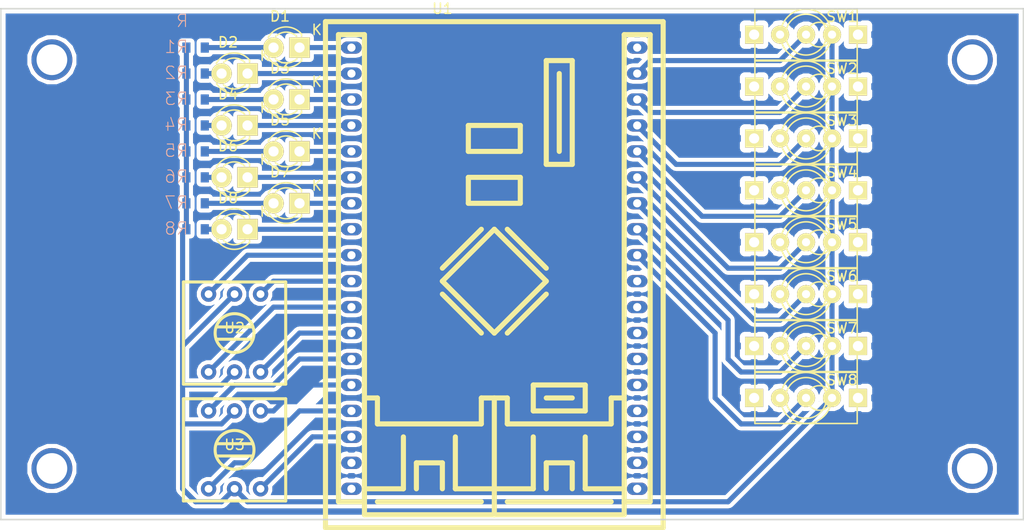
<source format=kicad_pcb>
(kicad_pcb (version 4) (host pcbnew 4.0.5)

  (general
    (links 51)
    (no_connects 1)
    (area -0.075001 -0.075001 100.075001 50.075001)
    (thickness 1.6)
    (drawings 4)
    (tracks 98)
    (zones 0)
    (modules 27)
    (nets 34)
  )

  (page A4)
  (layers
    (0 F.Cu signal)
    (31 B.Cu signal)
    (32 B.Adhes user)
    (33 F.Adhes user)
    (34 B.Paste user)
    (35 F.Paste user)
    (36 B.SilkS user)
    (37 F.SilkS user)
    (38 B.Mask user)
    (39 F.Mask user)
    (40 Dwgs.User user)
    (41 Cmts.User user)
    (42 Eco1.User user)
    (43 Eco2.User user)
    (44 Edge.Cuts user)
    (45 Margin user)
    (46 B.CrtYd user)
    (47 F.CrtYd user)
    (48 B.Fab user)
    (49 F.Fab user)
  )

  (setup
    (last_trace_width 0.25)
    (user_trace_width 0.5)
    (user_trace_width 1)
    (trace_clearance 0.2)
    (zone_clearance 0.4)
    (zone_45_only no)
    (trace_min 0.2)
    (segment_width 0.2)
    (edge_width 0.15)
    (via_size 0.6)
    (via_drill 0.4)
    (via_min_size 0.4)
    (via_min_drill 0.3)
    (user_via 1.2 0.8)
    (user_via 4 3)
    (uvia_size 0.3)
    (uvia_drill 0.1)
    (uvias_allowed no)
    (uvia_min_size 0.2)
    (uvia_min_drill 0.1)
    (pcb_text_width 0.3)
    (pcb_text_size 1.5 1.5)
    (mod_edge_width 0.15)
    (mod_text_size 1 1)
    (mod_text_width 0.15)
    (pad_size 1.524 1.524)
    (pad_drill 0.762)
    (pad_to_mask_clearance 0.2)
    (aux_axis_origin 0 0)
    (visible_elements 7FFFFFFF)
    (pcbplotparams
      (layerselection 0x00030_80000001)
      (usegerberextensions false)
      (excludeedgelayer true)
      (linewidth 0.100000)
      (plotframeref false)
      (viasonmask false)
      (mode 1)
      (useauxorigin false)
      (hpglpennumber 1)
      (hpglpenspeed 20)
      (hpglpendiameter 15)
      (hpglpenoverlay 2)
      (psnegative false)
      (psa4output false)
      (plotreference true)
      (plotvalue true)
      (plotinvisibletext false)
      (padsonsilk false)
      (subtractmaskfromsilk false)
      (outputformat 1)
      (mirror false)
      (drillshape 1)
      (scaleselection 1)
      (outputdirectory ""))
  )

  (net 0 "")
  (net 1 "Net-(D1-Pad1)")
  (net 2 "Net-(D1-Pad2)")
  (net 3 "Net-(D2-Pad1)")
  (net 4 "Net-(D2-Pad2)")
  (net 5 "Net-(D3-Pad1)")
  (net 6 "Net-(D3-Pad2)")
  (net 7 "Net-(D4-Pad1)")
  (net 8 "Net-(D4-Pad2)")
  (net 9 "Net-(D5-Pad1)")
  (net 10 "Net-(D5-Pad2)")
  (net 11 "Net-(D6-Pad1)")
  (net 12 "Net-(D6-Pad2)")
  (net 13 "Net-(D7-Pad1)")
  (net 14 "Net-(D7-Pad2)")
  (net 15 "Net-(D8-Pad1)")
  (net 16 "Net-(D8-Pad2)")
  (net 17 GND)
  (net 18 /ROTARY_B8)
  (net 19 /ROTARY_B4)
  (net 20 /ROTARY_B2)
  (net 21 /ROTARY_B1)
  (net 22 /ROTARY_A8)
  (net 23 /ROTARY_A4)
  (net 24 /ROTARY_A2)
  (net 25 /ROTARY_A1)
  (net 26 /TOGGLE_H)
  (net 27 /TOGGLE_G)
  (net 28 /TOGGLE_F)
  (net 29 /TOGGLE_E)
  (net 30 /TOGGLE_D)
  (net 31 /TOGGLE_C)
  (net 32 /TOGGLE_B)
  (net 33 /TOGGLE_A)

  (net_class Default "これは標準のネット クラスです。"
    (clearance 0.2)
    (trace_width 0.25)
    (via_dia 0.6)
    (via_drill 0.4)
    (uvia_dia 0.3)
    (uvia_drill 0.1)
    (add_net /ROTARY_A1)
    (add_net /ROTARY_A2)
    (add_net /ROTARY_A4)
    (add_net /ROTARY_A8)
    (add_net /ROTARY_B1)
    (add_net /ROTARY_B2)
    (add_net /ROTARY_B4)
    (add_net /ROTARY_B8)
    (add_net /TOGGLE_A)
    (add_net /TOGGLE_B)
    (add_net /TOGGLE_C)
    (add_net /TOGGLE_D)
    (add_net /TOGGLE_E)
    (add_net /TOGGLE_F)
    (add_net /TOGGLE_G)
    (add_net /TOGGLE_H)
    (add_net GND)
    (add_net "Net-(D1-Pad1)")
    (add_net "Net-(D1-Pad2)")
    (add_net "Net-(D2-Pad1)")
    (add_net "Net-(D2-Pad2)")
    (add_net "Net-(D3-Pad1)")
    (add_net "Net-(D3-Pad2)")
    (add_net "Net-(D4-Pad1)")
    (add_net "Net-(D4-Pad2)")
    (add_net "Net-(D5-Pad1)")
    (add_net "Net-(D5-Pad2)")
    (add_net "Net-(D6-Pad1)")
    (add_net "Net-(D6-Pad2)")
    (add_net "Net-(D7-Pad1)")
    (add_net "Net-(D7-Pad2)")
    (add_net "Net-(D8-Pad1)")
    (add_net "Net-(D8-Pad2)")
  )

  (module LEDs:LED-3MM (layer F.Cu) (tedit 559B82F6) (tstamp 58A7E817)
    (at 29.21 3.81 180)
    (descr "LED 3mm round vertical")
    (tags "LED  3mm round vertical")
    (path /58A7E8B9)
    (fp_text reference D1 (at 1.91 3.06 180) (layer F.SilkS)
      (effects (font (size 1 1) (thickness 0.15)))
    )
    (fp_text value LED (at 1.3 -2.9 180) (layer F.Fab)
      (effects (font (size 1 1) (thickness 0.15)))
    )
    (fp_line (start -1.2 2.3) (end 3.8 2.3) (layer F.CrtYd) (width 0.05))
    (fp_line (start 3.8 2.3) (end 3.8 -2.2) (layer F.CrtYd) (width 0.05))
    (fp_line (start 3.8 -2.2) (end -1.2 -2.2) (layer F.CrtYd) (width 0.05))
    (fp_line (start -1.2 -2.2) (end -1.2 2.3) (layer F.CrtYd) (width 0.05))
    (fp_line (start -0.199 1.314) (end -0.199 1.114) (layer F.SilkS) (width 0.15))
    (fp_line (start -0.199 -1.28) (end -0.199 -1.1) (layer F.SilkS) (width 0.15))
    (fp_arc (start 1.301 0.034) (end -0.199 -1.286) (angle 108.5) (layer F.SilkS) (width 0.15))
    (fp_arc (start 1.301 0.034) (end 0.25 -1.1) (angle 85.7) (layer F.SilkS) (width 0.15))
    (fp_arc (start 1.311 0.034) (end 3.051 0.994) (angle 110) (layer F.SilkS) (width 0.15))
    (fp_arc (start 1.301 0.034) (end 2.335 1.094) (angle 87.5) (layer F.SilkS) (width 0.15))
    (fp_text user K (at -1.69 1.74 180) (layer F.SilkS)
      (effects (font (size 1 1) (thickness 0.15)))
    )
    (pad 1 thru_hole rect (at 0 0 270) (size 2 2) (drill 1.00076) (layers *.Cu *.Mask F.SilkS)
      (net 1 "Net-(D1-Pad1)"))
    (pad 2 thru_hole circle (at 2.54 0 180) (size 2 2) (drill 1.00076) (layers *.Cu *.Mask F.SilkS)
      (net 2 "Net-(D1-Pad2)"))
    (model LEDs.3dshapes/LED-3MM.wrl
      (at (xyz 0.05 0 0))
      (scale (xyz 1 1 1))
      (rotate (xyz 0 0 90))
    )
  )

  (module LEDs:LED-3MM (layer F.Cu) (tedit 559B82F6) (tstamp 58A7E81D)
    (at 24.13 6.35 180)
    (descr "LED 3mm round vertical")
    (tags "LED  3mm round vertical")
    (path /58A7E997)
    (fp_text reference D2 (at 1.91 3.06 180) (layer F.SilkS)
      (effects (font (size 1 1) (thickness 0.15)))
    )
    (fp_text value LED (at 1.3 -2.9 180) (layer F.Fab)
      (effects (font (size 1 1) (thickness 0.15)))
    )
    (fp_line (start -1.2 2.3) (end 3.8 2.3) (layer F.CrtYd) (width 0.05))
    (fp_line (start 3.8 2.3) (end 3.8 -2.2) (layer F.CrtYd) (width 0.05))
    (fp_line (start 3.8 -2.2) (end -1.2 -2.2) (layer F.CrtYd) (width 0.05))
    (fp_line (start -1.2 -2.2) (end -1.2 2.3) (layer F.CrtYd) (width 0.05))
    (fp_line (start -0.199 1.314) (end -0.199 1.114) (layer F.SilkS) (width 0.15))
    (fp_line (start -0.199 -1.28) (end -0.199 -1.1) (layer F.SilkS) (width 0.15))
    (fp_arc (start 1.301 0.034) (end -0.199 -1.286) (angle 108.5) (layer F.SilkS) (width 0.15))
    (fp_arc (start 1.301 0.034) (end 0.25 -1.1) (angle 85.7) (layer F.SilkS) (width 0.15))
    (fp_arc (start 1.311 0.034) (end 3.051 0.994) (angle 110) (layer F.SilkS) (width 0.15))
    (fp_arc (start 1.301 0.034) (end 2.335 1.094) (angle 87.5) (layer F.SilkS) (width 0.15))
    (fp_text user K (at -1.69 1.74 180) (layer F.SilkS)
      (effects (font (size 1 1) (thickness 0.15)))
    )
    (pad 1 thru_hole rect (at 0 0 270) (size 2 2) (drill 1.00076) (layers *.Cu *.Mask F.SilkS)
      (net 3 "Net-(D2-Pad1)"))
    (pad 2 thru_hole circle (at 2.54 0 180) (size 2 2) (drill 1.00076) (layers *.Cu *.Mask F.SilkS)
      (net 4 "Net-(D2-Pad2)"))
    (model LEDs.3dshapes/LED-3MM.wrl
      (at (xyz 0.05 0 0))
      (scale (xyz 1 1 1))
      (rotate (xyz 0 0 90))
    )
  )

  (module LEDs:LED-3MM (layer F.Cu) (tedit 559B82F6) (tstamp 58A7E823)
    (at 29.21 8.89 180)
    (descr "LED 3mm round vertical")
    (tags "LED  3mm round vertical")
    (path /58A7EA0A)
    (fp_text reference D3 (at 1.91 3.06 180) (layer F.SilkS)
      (effects (font (size 1 1) (thickness 0.15)))
    )
    (fp_text value LED (at 1.3 -2.9 180) (layer F.Fab)
      (effects (font (size 1 1) (thickness 0.15)))
    )
    (fp_line (start -1.2 2.3) (end 3.8 2.3) (layer F.CrtYd) (width 0.05))
    (fp_line (start 3.8 2.3) (end 3.8 -2.2) (layer F.CrtYd) (width 0.05))
    (fp_line (start 3.8 -2.2) (end -1.2 -2.2) (layer F.CrtYd) (width 0.05))
    (fp_line (start -1.2 -2.2) (end -1.2 2.3) (layer F.CrtYd) (width 0.05))
    (fp_line (start -0.199 1.314) (end -0.199 1.114) (layer F.SilkS) (width 0.15))
    (fp_line (start -0.199 -1.28) (end -0.199 -1.1) (layer F.SilkS) (width 0.15))
    (fp_arc (start 1.301 0.034) (end -0.199 -1.286) (angle 108.5) (layer F.SilkS) (width 0.15))
    (fp_arc (start 1.301 0.034) (end 0.25 -1.1) (angle 85.7) (layer F.SilkS) (width 0.15))
    (fp_arc (start 1.311 0.034) (end 3.051 0.994) (angle 110) (layer F.SilkS) (width 0.15))
    (fp_arc (start 1.301 0.034) (end 2.335 1.094) (angle 87.5) (layer F.SilkS) (width 0.15))
    (fp_text user K (at -1.69 1.74 180) (layer F.SilkS)
      (effects (font (size 1 1) (thickness 0.15)))
    )
    (pad 1 thru_hole rect (at 0 0 270) (size 2 2) (drill 1.00076) (layers *.Cu *.Mask F.SilkS)
      (net 5 "Net-(D3-Pad1)"))
    (pad 2 thru_hole circle (at 2.54 0 180) (size 2 2) (drill 1.00076) (layers *.Cu *.Mask F.SilkS)
      (net 6 "Net-(D3-Pad2)"))
    (model LEDs.3dshapes/LED-3MM.wrl
      (at (xyz 0.05 0 0))
      (scale (xyz 1 1 1))
      (rotate (xyz 0 0 90))
    )
  )

  (module LEDs:LED-3MM (layer F.Cu) (tedit 559B82F6) (tstamp 58A7E829)
    (at 24.13 11.43 180)
    (descr "LED 3mm round vertical")
    (tags "LED  3mm round vertical")
    (path /58A7EA1F)
    (fp_text reference D4 (at 1.91 3.06 180) (layer F.SilkS)
      (effects (font (size 1 1) (thickness 0.15)))
    )
    (fp_text value LED (at 1.3 -2.9 180) (layer F.Fab)
      (effects (font (size 1 1) (thickness 0.15)))
    )
    (fp_line (start -1.2 2.3) (end 3.8 2.3) (layer F.CrtYd) (width 0.05))
    (fp_line (start 3.8 2.3) (end 3.8 -2.2) (layer F.CrtYd) (width 0.05))
    (fp_line (start 3.8 -2.2) (end -1.2 -2.2) (layer F.CrtYd) (width 0.05))
    (fp_line (start -1.2 -2.2) (end -1.2 2.3) (layer F.CrtYd) (width 0.05))
    (fp_line (start -0.199 1.314) (end -0.199 1.114) (layer F.SilkS) (width 0.15))
    (fp_line (start -0.199 -1.28) (end -0.199 -1.1) (layer F.SilkS) (width 0.15))
    (fp_arc (start 1.301 0.034) (end -0.199 -1.286) (angle 108.5) (layer F.SilkS) (width 0.15))
    (fp_arc (start 1.301 0.034) (end 0.25 -1.1) (angle 85.7) (layer F.SilkS) (width 0.15))
    (fp_arc (start 1.311 0.034) (end 3.051 0.994) (angle 110) (layer F.SilkS) (width 0.15))
    (fp_arc (start 1.301 0.034) (end 2.335 1.094) (angle 87.5) (layer F.SilkS) (width 0.15))
    (fp_text user K (at -1.69 1.74 180) (layer F.SilkS)
      (effects (font (size 1 1) (thickness 0.15)))
    )
    (pad 1 thru_hole rect (at 0 0 270) (size 2 2) (drill 1.00076) (layers *.Cu *.Mask F.SilkS)
      (net 7 "Net-(D4-Pad1)"))
    (pad 2 thru_hole circle (at 2.54 0 180) (size 2 2) (drill 1.00076) (layers *.Cu *.Mask F.SilkS)
      (net 8 "Net-(D4-Pad2)"))
    (model LEDs.3dshapes/LED-3MM.wrl
      (at (xyz 0.05 0 0))
      (scale (xyz 1 1 1))
      (rotate (xyz 0 0 90))
    )
  )

  (module LEDs:LED-3MM (layer F.Cu) (tedit 559B82F6) (tstamp 58A7E82F)
    (at 29.21 13.97 180)
    (descr "LED 3mm round vertical")
    (tags "LED  3mm round vertical")
    (path /58A7EBA7)
    (fp_text reference D5 (at 1.91 3.06 180) (layer F.SilkS)
      (effects (font (size 1 1) (thickness 0.15)))
    )
    (fp_text value LED (at 1.3 -2.9 180) (layer F.Fab)
      (effects (font (size 1 1) (thickness 0.15)))
    )
    (fp_line (start -1.2 2.3) (end 3.8 2.3) (layer F.CrtYd) (width 0.05))
    (fp_line (start 3.8 2.3) (end 3.8 -2.2) (layer F.CrtYd) (width 0.05))
    (fp_line (start 3.8 -2.2) (end -1.2 -2.2) (layer F.CrtYd) (width 0.05))
    (fp_line (start -1.2 -2.2) (end -1.2 2.3) (layer F.CrtYd) (width 0.05))
    (fp_line (start -0.199 1.314) (end -0.199 1.114) (layer F.SilkS) (width 0.15))
    (fp_line (start -0.199 -1.28) (end -0.199 -1.1) (layer F.SilkS) (width 0.15))
    (fp_arc (start 1.301 0.034) (end -0.199 -1.286) (angle 108.5) (layer F.SilkS) (width 0.15))
    (fp_arc (start 1.301 0.034) (end 0.25 -1.1) (angle 85.7) (layer F.SilkS) (width 0.15))
    (fp_arc (start 1.311 0.034) (end 3.051 0.994) (angle 110) (layer F.SilkS) (width 0.15))
    (fp_arc (start 1.301 0.034) (end 2.335 1.094) (angle 87.5) (layer F.SilkS) (width 0.15))
    (fp_text user K (at -1.69 1.74 180) (layer F.SilkS)
      (effects (font (size 1 1) (thickness 0.15)))
    )
    (pad 1 thru_hole rect (at 0 0 270) (size 2 2) (drill 1.00076) (layers *.Cu *.Mask F.SilkS)
      (net 9 "Net-(D5-Pad1)"))
    (pad 2 thru_hole circle (at 2.54 0 180) (size 2 2) (drill 1.00076) (layers *.Cu *.Mask F.SilkS)
      (net 10 "Net-(D5-Pad2)"))
    (model LEDs.3dshapes/LED-3MM.wrl
      (at (xyz 0.05 0 0))
      (scale (xyz 1 1 1))
      (rotate (xyz 0 0 90))
    )
  )

  (module LEDs:LED-3MM (layer F.Cu) (tedit 559B82F6) (tstamp 58A7E835)
    (at 24.13 16.51 180)
    (descr "LED 3mm round vertical")
    (tags "LED  3mm round vertical")
    (path /58A7EBBC)
    (fp_text reference D6 (at 1.91 3.06 180) (layer F.SilkS)
      (effects (font (size 1 1) (thickness 0.15)))
    )
    (fp_text value LED (at 1.3 -2.9 180) (layer F.Fab)
      (effects (font (size 1 1) (thickness 0.15)))
    )
    (fp_line (start -1.2 2.3) (end 3.8 2.3) (layer F.CrtYd) (width 0.05))
    (fp_line (start 3.8 2.3) (end 3.8 -2.2) (layer F.CrtYd) (width 0.05))
    (fp_line (start 3.8 -2.2) (end -1.2 -2.2) (layer F.CrtYd) (width 0.05))
    (fp_line (start -1.2 -2.2) (end -1.2 2.3) (layer F.CrtYd) (width 0.05))
    (fp_line (start -0.199 1.314) (end -0.199 1.114) (layer F.SilkS) (width 0.15))
    (fp_line (start -0.199 -1.28) (end -0.199 -1.1) (layer F.SilkS) (width 0.15))
    (fp_arc (start 1.301 0.034) (end -0.199 -1.286) (angle 108.5) (layer F.SilkS) (width 0.15))
    (fp_arc (start 1.301 0.034) (end 0.25 -1.1) (angle 85.7) (layer F.SilkS) (width 0.15))
    (fp_arc (start 1.311 0.034) (end 3.051 0.994) (angle 110) (layer F.SilkS) (width 0.15))
    (fp_arc (start 1.301 0.034) (end 2.335 1.094) (angle 87.5) (layer F.SilkS) (width 0.15))
    (fp_text user K (at -1.69 1.74 180) (layer F.SilkS)
      (effects (font (size 1 1) (thickness 0.15)))
    )
    (pad 1 thru_hole rect (at 0 0 270) (size 2 2) (drill 1.00076) (layers *.Cu *.Mask F.SilkS)
      (net 11 "Net-(D6-Pad1)"))
    (pad 2 thru_hole circle (at 2.54 0 180) (size 2 2) (drill 1.00076) (layers *.Cu *.Mask F.SilkS)
      (net 12 "Net-(D6-Pad2)"))
    (model LEDs.3dshapes/LED-3MM.wrl
      (at (xyz 0.05 0 0))
      (scale (xyz 1 1 1))
      (rotate (xyz 0 0 90))
    )
  )

  (module LEDs:LED-3MM (layer F.Cu) (tedit 559B82F6) (tstamp 58A7E83B)
    (at 29.21 19.05 180)
    (descr "LED 3mm round vertical")
    (tags "LED  3mm round vertical")
    (path /58A7EBD1)
    (fp_text reference D7 (at 1.91 3.06 180) (layer F.SilkS)
      (effects (font (size 1 1) (thickness 0.15)))
    )
    (fp_text value LED (at 1.3 -2.9 180) (layer F.Fab)
      (effects (font (size 1 1) (thickness 0.15)))
    )
    (fp_line (start -1.2 2.3) (end 3.8 2.3) (layer F.CrtYd) (width 0.05))
    (fp_line (start 3.8 2.3) (end 3.8 -2.2) (layer F.CrtYd) (width 0.05))
    (fp_line (start 3.8 -2.2) (end -1.2 -2.2) (layer F.CrtYd) (width 0.05))
    (fp_line (start -1.2 -2.2) (end -1.2 2.3) (layer F.CrtYd) (width 0.05))
    (fp_line (start -0.199 1.314) (end -0.199 1.114) (layer F.SilkS) (width 0.15))
    (fp_line (start -0.199 -1.28) (end -0.199 -1.1) (layer F.SilkS) (width 0.15))
    (fp_arc (start 1.301 0.034) (end -0.199 -1.286) (angle 108.5) (layer F.SilkS) (width 0.15))
    (fp_arc (start 1.301 0.034) (end 0.25 -1.1) (angle 85.7) (layer F.SilkS) (width 0.15))
    (fp_arc (start 1.311 0.034) (end 3.051 0.994) (angle 110) (layer F.SilkS) (width 0.15))
    (fp_arc (start 1.301 0.034) (end 2.335 1.094) (angle 87.5) (layer F.SilkS) (width 0.15))
    (fp_text user K (at -1.69 1.74 180) (layer F.SilkS)
      (effects (font (size 1 1) (thickness 0.15)))
    )
    (pad 1 thru_hole rect (at 0 0 270) (size 2 2) (drill 1.00076) (layers *.Cu *.Mask F.SilkS)
      (net 13 "Net-(D7-Pad1)"))
    (pad 2 thru_hole circle (at 2.54 0 180) (size 2 2) (drill 1.00076) (layers *.Cu *.Mask F.SilkS)
      (net 14 "Net-(D7-Pad2)"))
    (model LEDs.3dshapes/LED-3MM.wrl
      (at (xyz 0.05 0 0))
      (scale (xyz 1 1 1))
      (rotate (xyz 0 0 90))
    )
  )

  (module LEDs:LED-3MM (layer F.Cu) (tedit 559B82F6) (tstamp 58A7E841)
    (at 24.13 21.59 180)
    (descr "LED 3mm round vertical")
    (tags "LED  3mm round vertical")
    (path /58A7EBE6)
    (fp_text reference D8 (at 1.91 3.06 180) (layer F.SilkS)
      (effects (font (size 1 1) (thickness 0.15)))
    )
    (fp_text value LED (at 1.3 -2.9 180) (layer F.Fab)
      (effects (font (size 1 1) (thickness 0.15)))
    )
    (fp_line (start -1.2 2.3) (end 3.8 2.3) (layer F.CrtYd) (width 0.05))
    (fp_line (start 3.8 2.3) (end 3.8 -2.2) (layer F.CrtYd) (width 0.05))
    (fp_line (start 3.8 -2.2) (end -1.2 -2.2) (layer F.CrtYd) (width 0.05))
    (fp_line (start -1.2 -2.2) (end -1.2 2.3) (layer F.CrtYd) (width 0.05))
    (fp_line (start -0.199 1.314) (end -0.199 1.114) (layer F.SilkS) (width 0.15))
    (fp_line (start -0.199 -1.28) (end -0.199 -1.1) (layer F.SilkS) (width 0.15))
    (fp_arc (start 1.301 0.034) (end -0.199 -1.286) (angle 108.5) (layer F.SilkS) (width 0.15))
    (fp_arc (start 1.301 0.034) (end 0.25 -1.1) (angle 85.7) (layer F.SilkS) (width 0.15))
    (fp_arc (start 1.311 0.034) (end 3.051 0.994) (angle 110) (layer F.SilkS) (width 0.15))
    (fp_arc (start 1.301 0.034) (end 2.335 1.094) (angle 87.5) (layer F.SilkS) (width 0.15))
    (fp_text user K (at -1.69 1.74 180) (layer F.SilkS)
      (effects (font (size 1 1) (thickness 0.15)))
    )
    (pad 1 thru_hole rect (at 0 0 270) (size 2 2) (drill 1.00076) (layers *.Cu *.Mask F.SilkS)
      (net 15 "Net-(D8-Pad1)"))
    (pad 2 thru_hole circle (at 2.54 0 180) (size 2 2) (drill 1.00076) (layers *.Cu *.Mask F.SilkS)
      (net 16 "Net-(D8-Pad2)"))
    (model LEDs.3dshapes/LED-3MM.wrl
      (at (xyz 0.05 0 0))
      (scale (xyz 1 1 1))
      (rotate (xyz 0 0 90))
    )
  )

  (module RP_KiCAD_Libs:C1608_WP (layer B.Cu) (tedit 57C3E677) (tstamp 58A7E847)
    (at 19.05 3.81)
    (descr <b>CAPACITOR</b>)
    (path /58A7E8F0)
    (fp_text reference R1 (at -0.635 0.635) (layer B.SilkS)
      (effects (font (size 1.2065 1.2065) (thickness 0.1016)) (justify left bottom mirror))
    )
    (fp_text value R (at -0.635 -1.905) (layer B.SilkS)
      (effects (font (size 1.2065 1.2065) (thickness 0.1016)) (justify left bottom mirror))
    )
    (fp_line (start -0.356 0.432) (end 0.356 0.432) (layer Dwgs.User) (width 0.1016))
    (fp_line (start -0.356 -0.419) (end 0.356 -0.419) (layer Dwgs.User) (width 0.1016))
    (fp_poly (pts (xy -0.8382 -0.4699) (xy -0.3381 -0.4699) (xy -0.3381 0.4801) (xy -0.8382 0.4801)) (layer Dwgs.User) (width 0))
    (fp_poly (pts (xy 0.3302 -0.4699) (xy 0.8303 -0.4699) (xy 0.8303 0.4801) (xy 0.3302 0.4801)) (layer Dwgs.User) (width 0))
    (fp_poly (pts (xy -0.1999 -0.3) (xy 0.1999 -0.3) (xy 0.1999 0.3) (xy -0.1999 0.3)) (layer B.Adhes) (width 0))
    (pad 1 smd rect (at -0.9 0) (size 0.8 1) (layers B.Cu B.Paste B.Mask)
      (net 17 GND))
    (pad 2 smd rect (at 0.9 0) (size 0.8 1) (layers B.Cu B.Paste B.Mask)
      (net 2 "Net-(D1-Pad2)"))
    (model Resistors_SMD.3dshapes/R_0603.wrl
      (at (xyz 0 0 0))
      (scale (xyz 1 1 1))
      (rotate (xyz 0 0 0))
    )
  )

  (module RP_KiCAD_Libs:C1608_WP (layer B.Cu) (tedit 57C3E677) (tstamp 58A7E84D)
    (at 19.05 6.35)
    (descr <b>CAPACITOR</b>)
    (path /58A7E99D)
    (fp_text reference R2 (at -0.635 0.635) (layer B.SilkS)
      (effects (font (size 1.2065 1.2065) (thickness 0.1016)) (justify left bottom mirror))
    )
    (fp_text value R (at -0.635 -1.905) (layer B.SilkS)
      (effects (font (size 1.2065 1.2065) (thickness 0.1016)) (justify left bottom mirror))
    )
    (fp_line (start -0.356 0.432) (end 0.356 0.432) (layer Dwgs.User) (width 0.1016))
    (fp_line (start -0.356 -0.419) (end 0.356 -0.419) (layer Dwgs.User) (width 0.1016))
    (fp_poly (pts (xy -0.8382 -0.4699) (xy -0.3381 -0.4699) (xy -0.3381 0.4801) (xy -0.8382 0.4801)) (layer Dwgs.User) (width 0))
    (fp_poly (pts (xy 0.3302 -0.4699) (xy 0.8303 -0.4699) (xy 0.8303 0.4801) (xy 0.3302 0.4801)) (layer Dwgs.User) (width 0))
    (fp_poly (pts (xy -0.1999 -0.3) (xy 0.1999 -0.3) (xy 0.1999 0.3) (xy -0.1999 0.3)) (layer B.Adhes) (width 0))
    (pad 1 smd rect (at -0.9 0) (size 0.8 1) (layers B.Cu B.Paste B.Mask)
      (net 17 GND))
    (pad 2 smd rect (at 0.9 0) (size 0.8 1) (layers B.Cu B.Paste B.Mask)
      (net 4 "Net-(D2-Pad2)"))
    (model Resistors_SMD.3dshapes/R_0603.wrl
      (at (xyz 0 0 0))
      (scale (xyz 1 1 1))
      (rotate (xyz 0 0 0))
    )
  )

  (module RP_KiCAD_Libs:C1608_WP (layer B.Cu) (tedit 57C3E677) (tstamp 58A7E853)
    (at 19.05 8.89)
    (descr <b>CAPACITOR</b>)
    (path /58A7EA10)
    (fp_text reference R3 (at -0.635 0.635) (layer B.SilkS)
      (effects (font (size 1.2065 1.2065) (thickness 0.1016)) (justify left bottom mirror))
    )
    (fp_text value R (at -0.635 -1.905) (layer B.SilkS)
      (effects (font (size 1.2065 1.2065) (thickness 0.1016)) (justify left bottom mirror))
    )
    (fp_line (start -0.356 0.432) (end 0.356 0.432) (layer Dwgs.User) (width 0.1016))
    (fp_line (start -0.356 -0.419) (end 0.356 -0.419) (layer Dwgs.User) (width 0.1016))
    (fp_poly (pts (xy -0.8382 -0.4699) (xy -0.3381 -0.4699) (xy -0.3381 0.4801) (xy -0.8382 0.4801)) (layer Dwgs.User) (width 0))
    (fp_poly (pts (xy 0.3302 -0.4699) (xy 0.8303 -0.4699) (xy 0.8303 0.4801) (xy 0.3302 0.4801)) (layer Dwgs.User) (width 0))
    (fp_poly (pts (xy -0.1999 -0.3) (xy 0.1999 -0.3) (xy 0.1999 0.3) (xy -0.1999 0.3)) (layer B.Adhes) (width 0))
    (pad 1 smd rect (at -0.9 0) (size 0.8 1) (layers B.Cu B.Paste B.Mask)
      (net 17 GND))
    (pad 2 smd rect (at 0.9 0) (size 0.8 1) (layers B.Cu B.Paste B.Mask)
      (net 6 "Net-(D3-Pad2)"))
    (model Resistors_SMD.3dshapes/R_0603.wrl
      (at (xyz 0 0 0))
      (scale (xyz 1 1 1))
      (rotate (xyz 0 0 0))
    )
  )

  (module RP_KiCAD_Libs:C1608_WP (layer B.Cu) (tedit 57C3E677) (tstamp 58A7E859)
    (at 19.05 11.43)
    (descr <b>CAPACITOR</b>)
    (path /58A7EA25)
    (fp_text reference R4 (at -0.635 0.635) (layer B.SilkS)
      (effects (font (size 1.2065 1.2065) (thickness 0.1016)) (justify left bottom mirror))
    )
    (fp_text value R (at -0.635 -1.905) (layer B.SilkS)
      (effects (font (size 1.2065 1.2065) (thickness 0.1016)) (justify left bottom mirror))
    )
    (fp_line (start -0.356 0.432) (end 0.356 0.432) (layer Dwgs.User) (width 0.1016))
    (fp_line (start -0.356 -0.419) (end 0.356 -0.419) (layer Dwgs.User) (width 0.1016))
    (fp_poly (pts (xy -0.8382 -0.4699) (xy -0.3381 -0.4699) (xy -0.3381 0.4801) (xy -0.8382 0.4801)) (layer Dwgs.User) (width 0))
    (fp_poly (pts (xy 0.3302 -0.4699) (xy 0.8303 -0.4699) (xy 0.8303 0.4801) (xy 0.3302 0.4801)) (layer Dwgs.User) (width 0))
    (fp_poly (pts (xy -0.1999 -0.3) (xy 0.1999 -0.3) (xy 0.1999 0.3) (xy -0.1999 0.3)) (layer B.Adhes) (width 0))
    (pad 1 smd rect (at -0.9 0) (size 0.8 1) (layers B.Cu B.Paste B.Mask)
      (net 17 GND))
    (pad 2 smd rect (at 0.9 0) (size 0.8 1) (layers B.Cu B.Paste B.Mask)
      (net 8 "Net-(D4-Pad2)"))
    (model Resistors_SMD.3dshapes/R_0603.wrl
      (at (xyz 0 0 0))
      (scale (xyz 1 1 1))
      (rotate (xyz 0 0 0))
    )
  )

  (module RP_KiCAD_Libs:C1608_WP (layer B.Cu) (tedit 57C3E677) (tstamp 58A7E85F)
    (at 19.05 13.97)
    (descr <b>CAPACITOR</b>)
    (path /58A7EBAD)
    (fp_text reference R5 (at -0.635 0.635) (layer B.SilkS)
      (effects (font (size 1.2065 1.2065) (thickness 0.1016)) (justify left bottom mirror))
    )
    (fp_text value R (at -0.635 -1.905) (layer B.SilkS)
      (effects (font (size 1.2065 1.2065) (thickness 0.1016)) (justify left bottom mirror))
    )
    (fp_line (start -0.356 0.432) (end 0.356 0.432) (layer Dwgs.User) (width 0.1016))
    (fp_line (start -0.356 -0.419) (end 0.356 -0.419) (layer Dwgs.User) (width 0.1016))
    (fp_poly (pts (xy -0.8382 -0.4699) (xy -0.3381 -0.4699) (xy -0.3381 0.4801) (xy -0.8382 0.4801)) (layer Dwgs.User) (width 0))
    (fp_poly (pts (xy 0.3302 -0.4699) (xy 0.8303 -0.4699) (xy 0.8303 0.4801) (xy 0.3302 0.4801)) (layer Dwgs.User) (width 0))
    (fp_poly (pts (xy -0.1999 -0.3) (xy 0.1999 -0.3) (xy 0.1999 0.3) (xy -0.1999 0.3)) (layer B.Adhes) (width 0))
    (pad 1 smd rect (at -0.9 0) (size 0.8 1) (layers B.Cu B.Paste B.Mask)
      (net 17 GND))
    (pad 2 smd rect (at 0.9 0) (size 0.8 1) (layers B.Cu B.Paste B.Mask)
      (net 10 "Net-(D5-Pad2)"))
    (model Resistors_SMD.3dshapes/R_0603.wrl
      (at (xyz 0 0 0))
      (scale (xyz 1 1 1))
      (rotate (xyz 0 0 0))
    )
  )

  (module RP_KiCAD_Libs:C1608_WP (layer B.Cu) (tedit 57C3E677) (tstamp 58A7E865)
    (at 19.05 16.51)
    (descr <b>CAPACITOR</b>)
    (path /58A7EBC2)
    (fp_text reference R6 (at -0.635 0.635) (layer B.SilkS)
      (effects (font (size 1.2065 1.2065) (thickness 0.1016)) (justify left bottom mirror))
    )
    (fp_text value R (at -0.635 -1.905) (layer B.SilkS)
      (effects (font (size 1.2065 1.2065) (thickness 0.1016)) (justify left bottom mirror))
    )
    (fp_line (start -0.356 0.432) (end 0.356 0.432) (layer Dwgs.User) (width 0.1016))
    (fp_line (start -0.356 -0.419) (end 0.356 -0.419) (layer Dwgs.User) (width 0.1016))
    (fp_poly (pts (xy -0.8382 -0.4699) (xy -0.3381 -0.4699) (xy -0.3381 0.4801) (xy -0.8382 0.4801)) (layer Dwgs.User) (width 0))
    (fp_poly (pts (xy 0.3302 -0.4699) (xy 0.8303 -0.4699) (xy 0.8303 0.4801) (xy 0.3302 0.4801)) (layer Dwgs.User) (width 0))
    (fp_poly (pts (xy -0.1999 -0.3) (xy 0.1999 -0.3) (xy 0.1999 0.3) (xy -0.1999 0.3)) (layer B.Adhes) (width 0))
    (pad 1 smd rect (at -0.9 0) (size 0.8 1) (layers B.Cu B.Paste B.Mask)
      (net 17 GND))
    (pad 2 smd rect (at 0.9 0) (size 0.8 1) (layers B.Cu B.Paste B.Mask)
      (net 12 "Net-(D6-Pad2)"))
    (model Resistors_SMD.3dshapes/R_0603.wrl
      (at (xyz 0 0 0))
      (scale (xyz 1 1 1))
      (rotate (xyz 0 0 0))
    )
  )

  (module RP_KiCAD_Libs:C1608_WP (layer B.Cu) (tedit 57C3E677) (tstamp 58A7E86B)
    (at 19.05 19.05)
    (descr <b>CAPACITOR</b>)
    (path /58A7EBD7)
    (fp_text reference R7 (at -0.635 0.635) (layer B.SilkS)
      (effects (font (size 1.2065 1.2065) (thickness 0.1016)) (justify left bottom mirror))
    )
    (fp_text value R (at -0.635 -1.905) (layer B.SilkS)
      (effects (font (size 1.2065 1.2065) (thickness 0.1016)) (justify left bottom mirror))
    )
    (fp_line (start -0.356 0.432) (end 0.356 0.432) (layer Dwgs.User) (width 0.1016))
    (fp_line (start -0.356 -0.419) (end 0.356 -0.419) (layer Dwgs.User) (width 0.1016))
    (fp_poly (pts (xy -0.8382 -0.4699) (xy -0.3381 -0.4699) (xy -0.3381 0.4801) (xy -0.8382 0.4801)) (layer Dwgs.User) (width 0))
    (fp_poly (pts (xy 0.3302 -0.4699) (xy 0.8303 -0.4699) (xy 0.8303 0.4801) (xy 0.3302 0.4801)) (layer Dwgs.User) (width 0))
    (fp_poly (pts (xy -0.1999 -0.3) (xy 0.1999 -0.3) (xy 0.1999 0.3) (xy -0.1999 0.3)) (layer B.Adhes) (width 0))
    (pad 1 smd rect (at -0.9 0) (size 0.8 1) (layers B.Cu B.Paste B.Mask)
      (net 17 GND))
    (pad 2 smd rect (at 0.9 0) (size 0.8 1) (layers B.Cu B.Paste B.Mask)
      (net 14 "Net-(D7-Pad2)"))
    (model Resistors_SMD.3dshapes/R_0603.wrl
      (at (xyz 0 0 0))
      (scale (xyz 1 1 1))
      (rotate (xyz 0 0 0))
    )
  )

  (module RP_KiCAD_Libs:C1608_WP (layer B.Cu) (tedit 57C3E677) (tstamp 58A7E871)
    (at 19.05 21.59)
    (descr <b>CAPACITOR</b>)
    (path /58A7EBEC)
    (fp_text reference R8 (at -0.635 0.635) (layer B.SilkS)
      (effects (font (size 1.2065 1.2065) (thickness 0.1016)) (justify left bottom mirror))
    )
    (fp_text value R (at -0.635 -1.905) (layer B.SilkS)
      (effects (font (size 1.2065 1.2065) (thickness 0.1016)) (justify left bottom mirror))
    )
    (fp_line (start -0.356 0.432) (end 0.356 0.432) (layer Dwgs.User) (width 0.1016))
    (fp_line (start -0.356 -0.419) (end 0.356 -0.419) (layer Dwgs.User) (width 0.1016))
    (fp_poly (pts (xy -0.8382 -0.4699) (xy -0.3381 -0.4699) (xy -0.3381 0.4801) (xy -0.8382 0.4801)) (layer Dwgs.User) (width 0))
    (fp_poly (pts (xy 0.3302 -0.4699) (xy 0.8303 -0.4699) (xy 0.8303 0.4801) (xy 0.3302 0.4801)) (layer Dwgs.User) (width 0))
    (fp_poly (pts (xy -0.1999 -0.3) (xy 0.1999 -0.3) (xy 0.1999 0.3) (xy -0.1999 0.3)) (layer B.Adhes) (width 0))
    (pad 1 smd rect (at -0.9 0) (size 0.8 1) (layers B.Cu B.Paste B.Mask)
      (net 17 GND))
    (pad 2 smd rect (at 0.9 0) (size 0.8 1) (layers B.Cu B.Paste B.Mask)
      (net 16 "Net-(D8-Pad2)"))
    (model Resistors_SMD.3dshapes/R_0603.wrl
      (at (xyz 0 0 0))
      (scale (xyz 1 1 1))
      (rotate (xyz 0 0 0))
    )
  )

  (module RP_KiCAD_Libs:F103_mini (layer F.Cu) (tedit 58A50E98) (tstamp 58A7E899)
    (at 48.26 25.4)
    (path /58A7E779)
    (fp_text reference U1 (at -5.08 -25.4) (layer F.SilkS)
      (effects (font (size 1 1) (thickness 0.15)))
    )
    (fp_text value F103_mini (at 3.81 -25.4) (layer F.Fab)
      (effects (font (size 1 1) (thickness 0.15)))
    )
    (fp_line (start 0 24.13) (end 12.7 24.13) (layer F.SilkS) (width 0.5))
    (fp_line (start -12.7 24.13) (end 0 24.13) (layer F.SilkS) (width 0.5))
    (fp_line (start 1.27 22.86) (end 11.43 22.86) (layer F.SilkS) (width 0.5))
    (fp_line (start 6.35 -19.05) (end 6.35 -11.43) (layer F.SilkS) (width 0.5))
    (fp_line (start 5.08 12.7) (end 7.62 12.7) (layer F.SilkS) (width 0.5))
    (fp_line (start 3.81 11.43) (end 3.81 13.97) (layer F.SilkS) (width 0.5))
    (fp_line (start 3.81 13.97) (end 8.89 13.97) (layer F.SilkS) (width 0.5))
    (fp_line (start 8.89 13.97) (end 8.89 11.43) (layer F.SilkS) (width 0.5))
    (fp_line (start 8.89 11.43) (end 3.81 11.43) (layer F.SilkS) (width 0.5))
    (fp_line (start -2.54 -11.43) (end 2.54 -11.43) (layer F.SilkS) (width 0.5))
    (fp_line (start 2.54 -11.43) (end 2.54 -13.97) (layer F.SilkS) (width 0.5))
    (fp_line (start 2.54 -13.97) (end -2.54 -13.97) (layer F.SilkS) (width 0.5))
    (fp_line (start -2.54 -13.97) (end -2.54 -11.43) (layer F.SilkS) (width 0.5))
    (fp_line (start -2.54 -8.89) (end 2.54 -8.89) (layer F.SilkS) (width 0.5))
    (fp_line (start 2.54 -8.89) (end 2.54 -6.35) (layer F.SilkS) (width 0.5))
    (fp_line (start 2.54 -6.35) (end -2.54 -6.35) (layer F.SilkS) (width 0.5))
    (fp_line (start -2.54 -6.35) (end -2.54 -8.89) (layer F.SilkS) (width 0.5))
    (fp_line (start 5.08 -10.16) (end 7.62 -10.16) (layer F.SilkS) (width 0.5))
    (fp_line (start 7.62 -10.16) (end 7.62 -20.32) (layer F.SilkS) (width 0.5))
    (fp_line (start 7.62 -20.32) (end 5.08 -20.32) (layer F.SilkS) (width 0.5))
    (fp_line (start 5.08 -10.16) (end 5.08 -20.32) (layer F.SilkS) (width 0.5))
    (fp_line (start -5.08 0) (end -1.27 -3.81) (layer F.SilkS) (width 0.5))
    (fp_line (start 5.08 2.54) (end 1.27 6.35) (layer F.SilkS) (width 0.5))
    (fp_line (start 1.27 -3.81) (end 5.08 0) (layer F.SilkS) (width 0.5))
    (fp_line (start -5.08 1.27) (end 0 -3.81) (layer F.SilkS) (width 0.5))
    (fp_line (start -5.08 2.54) (end -1.27 6.35) (layer F.SilkS) (width 0.5))
    (fp_line (start -5.08 1.27) (end 0 6.35) (layer F.SilkS) (width 0.5))
    (fp_line (start 0 6.35) (end 5.08 1.27) (layer F.SilkS) (width 0.5))
    (fp_line (start 5.08 1.27) (end 0 -3.81) (layer F.SilkS) (width 0.5))
    (fp_line (start -11.43 22.86) (end -1.27 22.86) (layer F.SilkS) (width 0.5))
    (fp_line (start 5.08 21.59) (end 5.08 19.05) (layer F.SilkS) (width 0.5))
    (fp_line (start 5.08 19.05) (end 7.62 19.05) (layer F.SilkS) (width 0.5))
    (fp_line (start 7.62 19.05) (end 7.62 21.59) (layer F.SilkS) (width 0.5))
    (fp_line (start -7.62 21.59) (end -7.62 19.05) (layer F.SilkS) (width 0.5))
    (fp_line (start -7.62 19.05) (end -5.08 19.05) (layer F.SilkS) (width 0.5))
    (fp_line (start -5.08 19.05) (end -5.08 21.59) (layer F.SilkS) (width 0.5))
    (fp_line (start 8.89 21.59) (end 12.7 21.59) (layer F.SilkS) (width 0.5))
    (fp_line (start 8.89 16.51) (end 8.89 21.59) (layer F.SilkS) (width 0.5))
    (fp_line (start 3.81 16.51) (end 3.81 21.59) (layer F.SilkS) (width 0.5))
    (fp_line (start 3.81 21.59) (end -3.81 21.59) (layer F.SilkS) (width 0.5))
    (fp_line (start -3.81 21.59) (end -3.81 16.51) (layer F.SilkS) (width 0.5))
    (fp_line (start -8.89 16.51) (end -8.89 21.59) (layer F.SilkS) (width 0.5))
    (fp_line (start -8.89 21.59) (end -12.7 21.59) (layer F.SilkS) (width 0.5))
    (fp_line (start 12.7 22.86) (end 12.7 24.13) (layer F.SilkS) (width 0.5))
    (fp_line (start 1.27 12.7) (end 1.27 15.24) (layer F.SilkS) (width 0.5))
    (fp_line (start 0 12.7) (end 0 24.13) (layer F.SilkS) (width 0.5))
    (fp_line (start -1.27 12.7) (end -1.27 15.24) (layer F.SilkS) (width 0.5))
    (fp_line (start -12.7 22.86) (end -12.7 24.13) (layer F.SilkS) (width 0.5))
    (fp_line (start -1.27 15.24) (end -11.43 15.24) (layer F.SilkS) (width 0.5))
    (fp_line (start -11.43 15.24) (end -11.43 12.7) (layer F.SilkS) (width 0.5))
    (fp_line (start -11.43 12.7) (end -12.7 12.7) (layer F.SilkS) (width 0.5))
    (fp_line (start 11.43 12.7) (end 12.7 12.7) (layer F.SilkS) (width 0.5))
    (fp_line (start 11.43 12.7) (end 11.43 15.24) (layer F.SilkS) (width 0.5))
    (fp_line (start 1.27 15.24) (end 11.43 15.24) (layer F.SilkS) (width 0.5))
    (fp_line (start -1.27 12.7) (end 1.27 12.7) (layer F.SilkS) (width 0.5))
    (fp_line (start 12.7 -22.86) (end 15.24 -22.86) (layer F.SilkS) (width 0.5))
    (fp_line (start 15.24 -22.86) (end 15.24 22.86) (layer F.SilkS) (width 0.5))
    (fp_line (start 15.24 22.86) (end 12.7 22.86) (layer F.SilkS) (width 0.5))
    (fp_line (start 12.7 22.86) (end 12.7 -22.86) (layer F.SilkS) (width 0.5))
    (fp_line (start -15.24 -22.86) (end -12.7 -22.86) (layer F.SilkS) (width 0.5))
    (fp_line (start -12.7 -22.86) (end -12.7 22.86) (layer F.SilkS) (width 0.5))
    (fp_line (start -12.7 22.86) (end -15.24 22.86) (layer F.SilkS) (width 0.5))
    (fp_line (start -15.24 22.86) (end -15.24 -22.86) (layer F.SilkS) (width 0.5))
    (fp_line (start 16.51 -24.13) (end 16.51 25.4) (layer F.SilkS) (width 0.5))
    (fp_line (start 16.51 25.4) (end -16.51 25.4) (layer F.SilkS) (width 0.5))
    (fp_line (start -16.51 25.4) (end -16.51 -24.13) (layer F.SilkS) (width 0.5))
    (fp_line (start -16.51 -24.13) (end 16.51 -24.13) (layer F.SilkS) (width 0.5))
    (pad 1 thru_hole oval (at -13.97 -21.59) (size 2 1.2) (drill 0.8) (layers *.Cu *.Mask)
      (net 1 "Net-(D1-Pad1)"))
    (pad 2 thru_hole oval (at -13.97 -19.05) (size 2 1.2) (drill 0.8) (layers *.Cu *.Mask)
      (net 3 "Net-(D2-Pad1)"))
    (pad 3 thru_hole oval (at -13.97 -16.51) (size 2 1.2) (drill 0.8) (layers *.Cu *.Mask)
      (net 5 "Net-(D3-Pad1)"))
    (pad 4 thru_hole oval (at -13.97 -13.97) (size 2 1.2) (drill 0.8) (layers *.Cu *.Mask)
      (net 7 "Net-(D4-Pad1)"))
    (pad 5 thru_hole oval (at -13.97 -11.43) (size 2 1.2) (drill 0.8) (layers *.Cu *.Mask)
      (net 9 "Net-(D5-Pad1)"))
    (pad 6 thru_hole oval (at -13.97 -8.89) (size 2 1.2) (drill 0.8) (layers *.Cu *.Mask)
      (net 11 "Net-(D6-Pad1)"))
    (pad 7 thru_hole oval (at -13.97 -6.35) (size 2 1.2) (drill 0.8) (layers *.Cu *.Mask)
      (net 13 "Net-(D7-Pad1)"))
    (pad 8 thru_hole oval (at -13.97 -3.81) (size 2 1.2) (drill 0.8) (layers *.Cu *.Mask)
      (net 15 "Net-(D8-Pad1)"))
    (pad 9 thru_hole oval (at -13.97 -1.27) (size 2 1.2) (drill 0.8) (layers *.Cu *.Mask)
      (net 25 /ROTARY_A1))
    (pad 10 thru_hole oval (at -13.97 1.27) (size 2 1.2) (drill 0.8) (layers *.Cu *.Mask)
      (net 24 /ROTARY_A2))
    (pad 11 thru_hole oval (at -13.97 3.81) (size 2 1.2) (drill 0.8) (layers *.Cu *.Mask)
      (net 23 /ROTARY_A4))
    (pad 12 thru_hole oval (at -13.97 6.35) (size 2 1.2) (drill 0.8) (layers *.Cu *.Mask)
      (net 22 /ROTARY_A8))
    (pad 13 thru_hole oval (at -13.97 8.89) (size 2 1.2) (drill 0.8) (layers *.Cu *.Mask)
      (net 21 /ROTARY_B1))
    (pad 14 thru_hole oval (at -13.97 11.43) (size 2 1.2) (drill 0.8) (layers *.Cu *.Mask)
      (net 20 /ROTARY_B2))
    (pad 15 thru_hole oval (at -13.97 13.97) (size 2 1.2) (drill 0.8) (layers *.Cu *.Mask)
      (net 19 /ROTARY_B4))
    (pad 16 thru_hole oval (at -13.97 16.51) (size 2 1.2) (drill 0.8) (layers *.Cu *.Mask)
      (net 18 /ROTARY_B8))
    (pad 17 thru_hole oval (at -13.97 19.05) (size 2 1.2) (drill 0.8) (layers *.Cu *.Mask))
    (pad 18 thru_hole oval (at -13.97 21.59) (size 2 1.2) (drill 0.8) (layers *.Cu *.Mask))
    (pad 19 thru_hole oval (at 13.97 21.59) (size 2 1.2) (drill 0.8) (layers *.Cu *.Mask))
    (pad 20 thru_hole oval (at 13.97 19.05) (size 2 1.2) (drill 0.8) (layers *.Cu *.Mask))
    (pad 21 thru_hole oval (at 13.97 16.51) (size 2 1.2) (drill 0.8) (layers *.Cu *.Mask))
    (pad 22 thru_hole oval (at 13.97 13.97) (size 2 1.2) (drill 0.8) (layers *.Cu *.Mask))
    (pad 23 thru_hole oval (at 13.97 11.43) (size 2 1.2) (drill 0.8) (layers *.Cu *.Mask))
    (pad 24 thru_hole oval (at 13.97 8.89) (size 2 1.2) (drill 0.8) (layers *.Cu *.Mask))
    (pad 25 thru_hole oval (at 13.97 6.35) (size 2 1.2) (drill 0.8) (layers *.Cu *.Mask))
    (pad 26 thru_hole oval (at 13.97 3.81) (size 2 1.2) (drill 0.8) (layers *.Cu *.Mask))
    (pad 27 thru_hole oval (at 13.97 1.27) (size 2 1.2) (drill 0.8) (layers *.Cu *.Mask))
    (pad 28 thru_hole oval (at 13.97 -1.27) (size 2 1.2) (drill 0.8) (layers *.Cu *.Mask)
      (net 26 /TOGGLE_H))
    (pad 29 thru_hole oval (at 13.97 -3.81) (size 2 1.2) (drill 0.8) (layers *.Cu *.Mask)
      (net 27 /TOGGLE_G))
    (pad 30 thru_hole oval (at 13.97 -6.35) (size 2 1.2) (drill 0.8) (layers *.Cu *.Mask)
      (net 28 /TOGGLE_F))
    (pad 31 thru_hole oval (at 13.97 -8.89) (size 2 1.2) (drill 0.8) (layers *.Cu *.Mask)
      (net 29 /TOGGLE_E))
    (pad 32 thru_hole oval (at 13.97 -11.43) (size 2 1.2) (drill 0.8) (layers *.Cu *.Mask)
      (net 30 /TOGGLE_D))
    (pad 33 thru_hole oval (at 13.97 -13.97) (size 2 1.2) (drill 0.8) (layers *.Cu *.Mask)
      (net 31 /TOGGLE_C))
    (pad 34 thru_hole oval (at 13.97 -16.51) (size 2 1.2) (drill 0.8) (layers *.Cu *.Mask)
      (net 32 /TOGGLE_B))
    (pad 35 thru_hole oval (at 13.97 -19.05) (size 2 1.2) (drill 0.8) (layers *.Cu *.Mask)
      (net 33 /TOGGLE_A))
    (pad 36 thru_hole oval (at 13.97 -21.59) (size 2 1.2) (drill 0.8) (layers *.Cu *.Mask))
    (model user/STM32F103_mini.wrl
      (at (xyz -0.65 0.95 0.475))
      (scale (xyz 1 1 1))
      (rotate (xyz 0 0 0))
    )
    (model Socket_Strips.3dshapes/Socket_Strip_Straight_1x18.wrl
      (at (xyz -0.55 0 0))
      (scale (xyz 1 1 1))
      (rotate (xyz 0 0 90))
    )
    (model Socket_Strips.3dshapes/Socket_Strip_Straight_1x18.wrl
      (at (xyz 0.55 0 0))
      (scale (xyz 1 1 1))
      (rotate (xyz 0 0 90))
    )
  )

  (module Buttons_Switches_ThroughHole:rotary_0F (layer F.Cu) (tedit 58830A9D) (tstamp 58A7E8A3)
    (at 22.86 31.75 180)
    (path /58A7ED40)
    (fp_text reference U2 (at 0 0.5 180) (layer F.SilkS)
      (effects (font (size 1 1) (thickness 0.15)))
    )
    (fp_text value SW_ROTARY_16 (at 0 -0.5 180) (layer F.Fab)
      (effects (font (size 1 1) (thickness 0.15)))
    )
    (fp_circle (center 0 0) (end 1.9 0) (layer F.SilkS) (width 0.3))
    (fp_line (start -1.8 0.6) (end 1.7 0.6) (layer F.SilkS) (width 0.3))
    (fp_line (start -1.8 -0.6) (end 1.8 -0.6) (layer F.SilkS) (width 0.3))
    (fp_line (start -5 -5) (end 5 -5) (layer F.SilkS) (width 0.3))
    (fp_line (start 5 -5) (end 5 5) (layer F.SilkS) (width 0.3))
    (fp_line (start 5 5) (end -5 5) (layer F.SilkS) (width 0.3))
    (fp_line (start -5 5) (end -5 -5) (layer F.SilkS) (width 0.3))
    (pad 1 thru_hole circle (at -2.54 3.81 180) (size 1.5 1.5) (drill 0.762) (layers *.Cu *.Mask)
      (net 24 /ROTARY_A2))
    (pad 2 thru_hole circle (at 0 3.81 180) (size 1.5 1.5) (drill 0.762) (layers *.Cu *.Mask)
      (net 17 GND))
    (pad 3 thru_hole circle (at 2.54 3.81 180) (size 1.5 1.5) (drill 0.762) (layers *.Cu *.Mask)
      (net 25 /ROTARY_A1))
    (pad 4 thru_hole circle (at 2.54 -3.81 180) (size 1.5 1.5) (drill 0.762) (layers *.Cu *.Mask)
      (net 23 /ROTARY_A4))
    (pad 5 thru_hole circle (at 0 -3.81 180) (size 1.5 1.5) (drill 0.762) (layers *.Cu *.Mask)
      (net 17 GND))
    (pad 6 thru_hole circle (at -2.54 -3.81 180) (size 1.5 1.5) (drill 0.762) (layers *.Cu *.Mask)
      (net 22 /ROTARY_A8))
    (model switch/SW_ROTARY_16.wrl
      (at (xyz 0.2 -0.21 0))
      (scale (xyz 5 5 5))
      (rotate (xyz -90 0 0))
    )
  )

  (module Buttons_Switches_ThroughHole:rotary_0F (layer F.Cu) (tedit 58830A9D) (tstamp 58A7E8AD)
    (at 22.86 43.18 180)
    (path /58A7F1BD)
    (fp_text reference U3 (at 0 0.5 180) (layer F.SilkS)
      (effects (font (size 1 1) (thickness 0.15)))
    )
    (fp_text value SW_ROTARY_16 (at 0 -0.5 180) (layer F.Fab)
      (effects (font (size 1 1) (thickness 0.15)))
    )
    (fp_circle (center 0 0) (end 1.9 0) (layer F.SilkS) (width 0.3))
    (fp_line (start -1.8 0.6) (end 1.7 0.6) (layer F.SilkS) (width 0.3))
    (fp_line (start -1.8 -0.6) (end 1.8 -0.6) (layer F.SilkS) (width 0.3))
    (fp_line (start -5 -5) (end 5 -5) (layer F.SilkS) (width 0.3))
    (fp_line (start 5 -5) (end 5 5) (layer F.SilkS) (width 0.3))
    (fp_line (start 5 5) (end -5 5) (layer F.SilkS) (width 0.3))
    (fp_line (start -5 5) (end -5 -5) (layer F.SilkS) (width 0.3))
    (pad 1 thru_hole circle (at -2.54 3.81 180) (size 1.5 1.5) (drill 0.762) (layers *.Cu *.Mask)
      (net 20 /ROTARY_B2))
    (pad 2 thru_hole circle (at 0 3.81 180) (size 1.5 1.5) (drill 0.762) (layers *.Cu *.Mask)
      (net 17 GND))
    (pad 3 thru_hole circle (at 2.54 3.81 180) (size 1.5 1.5) (drill 0.762) (layers *.Cu *.Mask)
      (net 21 /ROTARY_B1))
    (pad 4 thru_hole circle (at 2.54 -3.81 180) (size 1.5 1.5) (drill 0.762) (layers *.Cu *.Mask)
      (net 19 /ROTARY_B4))
    (pad 5 thru_hole circle (at 0 -3.81 180) (size 1.5 1.5) (drill 0.762) (layers *.Cu *.Mask)
      (net 17 GND))
    (pad 6 thru_hole circle (at -2.54 -3.81 180) (size 1.5 1.5) (drill 0.762) (layers *.Cu *.Mask)
      (net 18 /ROTARY_B8))
    (model switch/SW_ROTARY_16.wrl
      (at (xyz 0.2 -0.21 0))
      (scale (xyz 5 5 5))
      (rotate (xyz -90 0 0))
    )
  )

  (module Buttons_Switches_ThroughHole:SW_toggle_3P placed (layer F.Cu) (tedit 58A85558) (tstamp 58A855E1)
    (at 78.74 2.54)
    (path /58A85433)
    (fp_text reference SW1 (at 3.5 -1.75) (layer F.SilkS)
      (effects (font (size 1 1) (thickness 0.15)))
    )
    (fp_text value SWITCH_INV (at 0 1.7) (layer F.Fab)
      (effects (font (size 1 1) (thickness 0.15)))
    )
    (fp_circle (center 0 0) (end 2 0) (layer F.SilkS) (width 0.15))
    (fp_circle (center 1.3 0) (end 2.5 -0.1) (layer F.SilkS) (width 0.15))
    (fp_circle (center 0 0) (end 0 -2.5) (layer F.SilkS) (width 0.15))
    (fp_line (start 5 -2.5) (end -5 -2.5) (layer F.SilkS) (width 0.15))
    (fp_line (start -5 -2.5) (end -5 2.5) (layer F.SilkS) (width 0.15))
    (fp_line (start -5 2.5) (end 5 2.5) (layer F.SilkS) (width 0.15))
    (fp_line (start 5 2.5) (end 5 -2.5) (layer F.SilkS) (width 0.15))
    (pad 1 thru_hole circle (at -2.54 0) (size 1.77 1.77) (drill 0.8) (layers *.Cu *.Mask F.SilkS))
    (pad 2 thru_hole circle (at 0 0) (size 1.77 1.77) (drill 0.8) (layers *.Cu *.Mask F.SilkS)
      (net 33 /TOGGLE_A))
    (pad 3 thru_hole circle (at 2.54 0) (size 1.77 1.77) (drill 0.8) (layers *.Cu *.Mask F.SilkS)
      (net 17 GND))
    (pad 4 thru_hole rect (at 5.08 0) (size 1.77 1.77) (drill 1) (layers *.Cu *.Mask F.SilkS))
    (pad 5 thru_hole rect (at -5.08 0) (size 1.77 1.77) (drill 1) (layers *.Cu *.Mask F.SilkS))
    (model Buttons_Switches_ThroughHole.3dshapes/SW_NKK_G1xJP.wrl
      (at (xyz 0 0 0))
      (scale (xyz 0.3 0.3 0.3))
      (rotate (xyz 0 0 0))
    )
  )

  (module Buttons_Switches_ThroughHole:SW_toggle_3P placed (layer F.Cu) (tedit 58A85558) (tstamp 58A855E9)
    (at 78.74 7.62)
    (path /58A8584B)
    (fp_text reference SW2 (at 3.5 -1.75) (layer F.SilkS)
      (effects (font (size 1 1) (thickness 0.15)))
    )
    (fp_text value SWITCH_INV (at 0 1.7) (layer F.Fab)
      (effects (font (size 1 1) (thickness 0.15)))
    )
    (fp_circle (center 0 0) (end 2 0) (layer F.SilkS) (width 0.15))
    (fp_circle (center 1.3 0) (end 2.5 -0.1) (layer F.SilkS) (width 0.15))
    (fp_circle (center 0 0) (end 0 -2.5) (layer F.SilkS) (width 0.15))
    (fp_line (start 5 -2.5) (end -5 -2.5) (layer F.SilkS) (width 0.15))
    (fp_line (start -5 -2.5) (end -5 2.5) (layer F.SilkS) (width 0.15))
    (fp_line (start -5 2.5) (end 5 2.5) (layer F.SilkS) (width 0.15))
    (fp_line (start 5 2.5) (end 5 -2.5) (layer F.SilkS) (width 0.15))
    (pad 1 thru_hole circle (at -2.54 0) (size 1.77 1.77) (drill 0.8) (layers *.Cu *.Mask F.SilkS))
    (pad 2 thru_hole circle (at 0 0) (size 1.77 1.77) (drill 0.8) (layers *.Cu *.Mask F.SilkS)
      (net 32 /TOGGLE_B))
    (pad 3 thru_hole circle (at 2.54 0) (size 1.77 1.77) (drill 0.8) (layers *.Cu *.Mask F.SilkS)
      (net 17 GND))
    (pad 4 thru_hole rect (at 5.08 0) (size 1.77 1.77) (drill 1) (layers *.Cu *.Mask F.SilkS))
    (pad 5 thru_hole rect (at -5.08 0) (size 1.77 1.77) (drill 1) (layers *.Cu *.Mask F.SilkS))
    (model Buttons_Switches_ThroughHole.3dshapes/SW_NKK_G1xJP.wrl
      (at (xyz 0 0 0))
      (scale (xyz 0.3 0.3 0.3))
      (rotate (xyz 0 0 0))
    )
  )

  (module Buttons_Switches_ThroughHole:SW_toggle_3P placed (layer F.Cu) (tedit 58A85558) (tstamp 58A855F1)
    (at 78.74 12.7)
    (path /58A85915)
    (fp_text reference SW3 (at 3.5 -1.75) (layer F.SilkS)
      (effects (font (size 1 1) (thickness 0.15)))
    )
    (fp_text value SWITCH_INV (at 0 1.7) (layer F.Fab)
      (effects (font (size 1 1) (thickness 0.15)))
    )
    (fp_circle (center 0 0) (end 2 0) (layer F.SilkS) (width 0.15))
    (fp_circle (center 1.3 0) (end 2.5 -0.1) (layer F.SilkS) (width 0.15))
    (fp_circle (center 0 0) (end 0 -2.5) (layer F.SilkS) (width 0.15))
    (fp_line (start 5 -2.5) (end -5 -2.5) (layer F.SilkS) (width 0.15))
    (fp_line (start -5 -2.5) (end -5 2.5) (layer F.SilkS) (width 0.15))
    (fp_line (start -5 2.5) (end 5 2.5) (layer F.SilkS) (width 0.15))
    (fp_line (start 5 2.5) (end 5 -2.5) (layer F.SilkS) (width 0.15))
    (pad 1 thru_hole circle (at -2.54 0) (size 1.77 1.77) (drill 0.8) (layers *.Cu *.Mask F.SilkS))
    (pad 2 thru_hole circle (at 0 0) (size 1.77 1.77) (drill 0.8) (layers *.Cu *.Mask F.SilkS)
      (net 31 /TOGGLE_C))
    (pad 3 thru_hole circle (at 2.54 0) (size 1.77 1.77) (drill 0.8) (layers *.Cu *.Mask F.SilkS)
      (net 17 GND))
    (pad 4 thru_hole rect (at 5.08 0) (size 1.77 1.77) (drill 1) (layers *.Cu *.Mask F.SilkS))
    (pad 5 thru_hole rect (at -5.08 0) (size 1.77 1.77) (drill 1) (layers *.Cu *.Mask F.SilkS))
    (model Buttons_Switches_ThroughHole.3dshapes/SW_NKK_G1xJP.wrl
      (at (xyz 0 0 0))
      (scale (xyz 0.3 0.3 0.3))
      (rotate (xyz 0 0 0))
    )
  )

  (module Buttons_Switches_ThroughHole:SW_toggle_3P placed (layer F.Cu) (tedit 58A85558) (tstamp 58A855F9)
    (at 78.74 17.78)
    (path /58A85923)
    (fp_text reference SW4 (at 3.5 -1.75) (layer F.SilkS)
      (effects (font (size 1 1) (thickness 0.15)))
    )
    (fp_text value SWITCH_INV (at 0 1.7) (layer F.Fab)
      (effects (font (size 1 1) (thickness 0.15)))
    )
    (fp_circle (center 0 0) (end 2 0) (layer F.SilkS) (width 0.15))
    (fp_circle (center 1.3 0) (end 2.5 -0.1) (layer F.SilkS) (width 0.15))
    (fp_circle (center 0 0) (end 0 -2.5) (layer F.SilkS) (width 0.15))
    (fp_line (start 5 -2.5) (end -5 -2.5) (layer F.SilkS) (width 0.15))
    (fp_line (start -5 -2.5) (end -5 2.5) (layer F.SilkS) (width 0.15))
    (fp_line (start -5 2.5) (end 5 2.5) (layer F.SilkS) (width 0.15))
    (fp_line (start 5 2.5) (end 5 -2.5) (layer F.SilkS) (width 0.15))
    (pad 1 thru_hole circle (at -2.54 0) (size 1.77 1.77) (drill 0.8) (layers *.Cu *.Mask F.SilkS))
    (pad 2 thru_hole circle (at 0 0) (size 1.77 1.77) (drill 0.8) (layers *.Cu *.Mask F.SilkS)
      (net 30 /TOGGLE_D))
    (pad 3 thru_hole circle (at 2.54 0) (size 1.77 1.77) (drill 0.8) (layers *.Cu *.Mask F.SilkS)
      (net 17 GND))
    (pad 4 thru_hole rect (at 5.08 0) (size 1.77 1.77) (drill 1) (layers *.Cu *.Mask F.SilkS))
    (pad 5 thru_hole rect (at -5.08 0) (size 1.77 1.77) (drill 1) (layers *.Cu *.Mask F.SilkS))
    (model Buttons_Switches_ThroughHole.3dshapes/SW_NKK_G1xJP.wrl
      (at (xyz 0 0 0))
      (scale (xyz 0.3 0.3 0.3))
      (rotate (xyz 0 0 0))
    )
  )

  (module Buttons_Switches_ThroughHole:SW_toggle_3P placed (layer F.Cu) (tedit 58A85558) (tstamp 58A85601)
    (at 78.74 22.86)
    (path /58A859FB)
    (fp_text reference SW5 (at 3.5 -1.75) (layer F.SilkS)
      (effects (font (size 1 1) (thickness 0.15)))
    )
    (fp_text value SWITCH_INV (at 0 1.7) (layer F.Fab)
      (effects (font (size 1 1) (thickness 0.15)))
    )
    (fp_circle (center 0 0) (end 2 0) (layer F.SilkS) (width 0.15))
    (fp_circle (center 1.3 0) (end 2.5 -0.1) (layer F.SilkS) (width 0.15))
    (fp_circle (center 0 0) (end 0 -2.5) (layer F.SilkS) (width 0.15))
    (fp_line (start 5 -2.5) (end -5 -2.5) (layer F.SilkS) (width 0.15))
    (fp_line (start -5 -2.5) (end -5 2.5) (layer F.SilkS) (width 0.15))
    (fp_line (start -5 2.5) (end 5 2.5) (layer F.SilkS) (width 0.15))
    (fp_line (start 5 2.5) (end 5 -2.5) (layer F.SilkS) (width 0.15))
    (pad 1 thru_hole circle (at -2.54 0) (size 1.77 1.77) (drill 0.8) (layers *.Cu *.Mask F.SilkS))
    (pad 2 thru_hole circle (at 0 0) (size 1.77 1.77) (drill 0.8) (layers *.Cu *.Mask F.SilkS)
      (net 29 /TOGGLE_E))
    (pad 3 thru_hole circle (at 2.54 0) (size 1.77 1.77) (drill 0.8) (layers *.Cu *.Mask F.SilkS)
      (net 17 GND))
    (pad 4 thru_hole rect (at 5.08 0) (size 1.77 1.77) (drill 1) (layers *.Cu *.Mask F.SilkS))
    (pad 5 thru_hole rect (at -5.08 0) (size 1.77 1.77) (drill 1) (layers *.Cu *.Mask F.SilkS))
    (model Buttons_Switches_ThroughHole.3dshapes/SW_NKK_G1xJP.wrl
      (at (xyz 0 0 0))
      (scale (xyz 0.3 0.3 0.3))
      (rotate (xyz 0 0 0))
    )
  )

  (module Buttons_Switches_ThroughHole:SW_toggle_3P placed (layer F.Cu) (tedit 58A85558) (tstamp 58A85609)
    (at 78.74 27.94)
    (path /58A85A09)
    (fp_text reference SW6 (at 3.5 -1.75) (layer F.SilkS)
      (effects (font (size 1 1) (thickness 0.15)))
    )
    (fp_text value SWITCH_INV (at 0 1.7) (layer F.Fab)
      (effects (font (size 1 1) (thickness 0.15)))
    )
    (fp_circle (center 0 0) (end 2 0) (layer F.SilkS) (width 0.15))
    (fp_circle (center 1.3 0) (end 2.5 -0.1) (layer F.SilkS) (width 0.15))
    (fp_circle (center 0 0) (end 0 -2.5) (layer F.SilkS) (width 0.15))
    (fp_line (start 5 -2.5) (end -5 -2.5) (layer F.SilkS) (width 0.15))
    (fp_line (start -5 -2.5) (end -5 2.5) (layer F.SilkS) (width 0.15))
    (fp_line (start -5 2.5) (end 5 2.5) (layer F.SilkS) (width 0.15))
    (fp_line (start 5 2.5) (end 5 -2.5) (layer F.SilkS) (width 0.15))
    (pad 1 thru_hole circle (at -2.54 0) (size 1.77 1.77) (drill 0.8) (layers *.Cu *.Mask F.SilkS))
    (pad 2 thru_hole circle (at 0 0) (size 1.77 1.77) (drill 0.8) (layers *.Cu *.Mask F.SilkS)
      (net 28 /TOGGLE_F))
    (pad 3 thru_hole circle (at 2.54 0) (size 1.77 1.77) (drill 0.8) (layers *.Cu *.Mask F.SilkS)
      (net 17 GND))
    (pad 4 thru_hole rect (at 5.08 0) (size 1.77 1.77) (drill 1) (layers *.Cu *.Mask F.SilkS))
    (pad 5 thru_hole rect (at -5.08 0) (size 1.77 1.77) (drill 1) (layers *.Cu *.Mask F.SilkS))
    (model Buttons_Switches_ThroughHole.3dshapes/SW_NKK_G1xJP.wrl
      (at (xyz 0 0 0))
      (scale (xyz 0.3 0.3 0.3))
      (rotate (xyz 0 0 0))
    )
  )

  (module Buttons_Switches_ThroughHole:SW_toggle_3P placed (layer F.Cu) (tedit 58A85558) (tstamp 58A85611)
    (at 78.74 33.02)
    (path /58A85A17)
    (fp_text reference SW7 (at 3.5 -1.75) (layer F.SilkS)
      (effects (font (size 1 1) (thickness 0.15)))
    )
    (fp_text value SWITCH_INV (at 0 1.7) (layer F.Fab)
      (effects (font (size 1 1) (thickness 0.15)))
    )
    (fp_circle (center 0 0) (end 2 0) (layer F.SilkS) (width 0.15))
    (fp_circle (center 1.3 0) (end 2.5 -0.1) (layer F.SilkS) (width 0.15))
    (fp_circle (center 0 0) (end 0 -2.5) (layer F.SilkS) (width 0.15))
    (fp_line (start 5 -2.5) (end -5 -2.5) (layer F.SilkS) (width 0.15))
    (fp_line (start -5 -2.5) (end -5 2.5) (layer F.SilkS) (width 0.15))
    (fp_line (start -5 2.5) (end 5 2.5) (layer F.SilkS) (width 0.15))
    (fp_line (start 5 2.5) (end 5 -2.5) (layer F.SilkS) (width 0.15))
    (pad 1 thru_hole circle (at -2.54 0) (size 1.77 1.77) (drill 0.8) (layers *.Cu *.Mask F.SilkS))
    (pad 2 thru_hole circle (at 0 0) (size 1.77 1.77) (drill 0.8) (layers *.Cu *.Mask F.SilkS)
      (net 27 /TOGGLE_G))
    (pad 3 thru_hole circle (at 2.54 0) (size 1.77 1.77) (drill 0.8) (layers *.Cu *.Mask F.SilkS)
      (net 17 GND))
    (pad 4 thru_hole rect (at 5.08 0) (size 1.77 1.77) (drill 1) (layers *.Cu *.Mask F.SilkS))
    (pad 5 thru_hole rect (at -5.08 0) (size 1.77 1.77) (drill 1) (layers *.Cu *.Mask F.SilkS))
    (model Buttons_Switches_ThroughHole.3dshapes/SW_NKK_G1xJP.wrl
      (at (xyz 0 0 0))
      (scale (xyz 0.3 0.3 0.3))
      (rotate (xyz 0 0 0))
    )
  )

  (module Buttons_Switches_ThroughHole:SW_toggle_3P placed (layer F.Cu) (tedit 58A85558) (tstamp 58A85619)
    (at 78.74 38.1)
    (path /58A85A25)
    (fp_text reference SW8 (at 3.5 -1.75) (layer F.SilkS)
      (effects (font (size 1 1) (thickness 0.15)))
    )
    (fp_text value SWITCH_INV (at 0 1.7) (layer F.Fab)
      (effects (font (size 1 1) (thickness 0.15)))
    )
    (fp_circle (center 0 0) (end 2 0) (layer F.SilkS) (width 0.15))
    (fp_circle (center 1.3 0) (end 2.5 -0.1) (layer F.SilkS) (width 0.15))
    (fp_circle (center 0 0) (end 0 -2.5) (layer F.SilkS) (width 0.15))
    (fp_line (start 5 -2.5) (end -5 -2.5) (layer F.SilkS) (width 0.15))
    (fp_line (start -5 -2.5) (end -5 2.5) (layer F.SilkS) (width 0.15))
    (fp_line (start -5 2.5) (end 5 2.5) (layer F.SilkS) (width 0.15))
    (fp_line (start 5 2.5) (end 5 -2.5) (layer F.SilkS) (width 0.15))
    (pad 1 thru_hole circle (at -2.54 0) (size 1.77 1.77) (drill 0.8) (layers *.Cu *.Mask F.SilkS))
    (pad 2 thru_hole circle (at 0 0) (size 1.77 1.77) (drill 0.8) (layers *.Cu *.Mask F.SilkS)
      (net 26 /TOGGLE_H))
    (pad 3 thru_hole circle (at 2.54 0) (size 1.77 1.77) (drill 0.8) (layers *.Cu *.Mask F.SilkS)
      (net 17 GND))
    (pad 4 thru_hole rect (at 5.08 0) (size 1.77 1.77) (drill 1) (layers *.Cu *.Mask F.SilkS))
    (pad 5 thru_hole rect (at -5.08 0) (size 1.77 1.77) (drill 1) (layers *.Cu *.Mask F.SilkS))
    (model Buttons_Switches_ThroughHole.3dshapes/SW_NKK_G1xJP.wrl
      (at (xyz 0 0 0))
      (scale (xyz 0.3 0.3 0.3))
      (rotate (xyz 0 0 0))
    )
  )

  (gr_line (start 100 0) (end 0 0) (angle 90) (layer Edge.Cuts) (width 0.15))
  (gr_line (start 100 50) (end 100 0) (angle 90) (layer Edge.Cuts) (width 0.15))
  (gr_line (start 0 50) (end 100 50) (angle 90) (layer Edge.Cuts) (width 0.15))
  (gr_line (start 0 0) (end 0 50) (angle 90) (layer Edge.Cuts) (width 0.15))

  (via (at 95 5) (size 4) (drill 3) (layers F.Cu B.Cu) (net 0))
  (via (at 95 45) (size 4) (drill 3) (layers F.Cu B.Cu) (net 0))
  (via (at 5 45) (size 4) (drill 3) (layers F.Cu B.Cu) (net 0))
  (via (at 5 5) (size 4) (drill 3) (layers F.Cu B.Cu) (net 0))
  (segment (start 29.21 3.81) (end 34.29 3.81) (width 0.5) (layer B.Cu) (net 1))
  (segment (start 19.95 3.81) (end 26.67 3.81) (width 0.5) (layer B.Cu) (net 2))
  (segment (start 34.29 6.35) (end 24.13 6.35) (width 0.5) (layer B.Cu) (net 3))
  (segment (start 21.59 6.35) (end 19.95 6.35) (width 0.5) (layer B.Cu) (net 4))
  (segment (start 29.21 8.89) (end 34.29 8.89) (width 0.5) (layer B.Cu) (net 5))
  (segment (start 19.95 8.89) (end 26.67 8.89) (width 0.5) (layer B.Cu) (net 6))
  (segment (start 34.29 11.43) (end 24.13 11.43) (width 0.5) (layer B.Cu) (net 7))
  (segment (start 21.59 11.43) (end 19.95 11.43) (width 0.5) (layer B.Cu) (net 8))
  (segment (start 29.21 13.97) (end 34.29 13.97) (width 0.5) (layer B.Cu) (net 9))
  (segment (start 19.95 13.97) (end 26.67 13.97) (width 0.5) (layer B.Cu) (net 10))
  (segment (start 34.29 16.51) (end 24.13 16.51) (width 0.5) (layer B.Cu) (net 11))
  (segment (start 21.59 16.51) (end 19.95 16.51) (width 0.5) (layer B.Cu) (net 12))
  (segment (start 34.29 19.05) (end 29.21 19.05) (width 0.5) (layer B.Cu) (net 13))
  (segment (start 19.95 19.05) (end 26.67 19.05) (width 0.5) (layer B.Cu) (net 14))
  (segment (start 34.29 21.59) (end 24.13 21.59) (width 0.5) (layer B.Cu) (net 15))
  (segment (start 21.59 21.59) (end 19.95 21.59) (width 0.5) (layer B.Cu) (net 16))
  (segment (start 17.78 33.02) (end 17.78 21.96) (width 0.5) (layer B.Cu) (net 17))
  (segment (start 17.78 21.96) (end 18.15 21.59) (width 0.5) (layer B.Cu) (net 17) (tstamp 58A856B5))
  (segment (start 22.86 35.56) (end 21.59 36.83) (width 0.5) (layer B.Cu) (net 17))
  (segment (start 21.59 36.83) (end 17.78 36.83) (width 0.5) (layer B.Cu) (net 17) (tstamp 58A856B0))
  (segment (start 22.86 39.37) (end 21.59 40.64) (width 0.5) (layer B.Cu) (net 17))
  (segment (start 21.59 40.64) (end 17.78 40.64) (width 0.5) (layer B.Cu) (net 17) (tstamp 58A856AB))
  (segment (start 22.86 27.94) (end 17.78 33.02) (width 0.5) (layer B.Cu) (net 17))
  (segment (start 21.59 48.26) (end 22.86 46.99) (width 0.5) (layer B.Cu) (net 17) (tstamp 58A856A8))
  (segment (start 19.05 48.26) (end 21.59 48.26) (width 0.5) (layer B.Cu) (net 17) (tstamp 58A856A7))
  (segment (start 17.78 46.99) (end 19.05 48.26) (width 0.5) (layer B.Cu) (net 17) (tstamp 58A856A6))
  (segment (start 17.78 33.02) (end 17.78 36.83) (width 0.5) (layer B.Cu) (net 17) (tstamp 58A856A4))
  (segment (start 17.78 36.83) (end 17.78 40.64) (width 0.5) (layer B.Cu) (net 17) (tstamp 58A856B3))
  (segment (start 17.78 40.64) (end 17.78 46.99) (width 0.5) (layer B.Cu) (net 17) (tstamp 58A856AE))
  (segment (start 81.28 38.1) (end 71.12 48.26) (width 0.5) (layer B.Cu) (net 17))
  (segment (start 24.13 48.26) (end 22.86 46.99) (width 0.5) (layer B.Cu) (net 17) (tstamp 58A8566A))
  (segment (start 71.12 48.26) (end 24.13 48.26) (width 0.5) (layer B.Cu) (net 17) (tstamp 58A85668))
  (segment (start 81.28 33.02) (end 81.28 38.1) (width 0.5) (layer B.Cu) (net 17))
  (segment (start 81.28 22.86) (end 81.28 33.02) (width 0.5) (layer B.Cu) (net 17))
  (segment (start 81.28 17.78) (end 81.28 22.86) (width 0.5) (layer B.Cu) (net 17))
  (segment (start 81.28 12.7) (end 81.28 17.78) (width 0.5) (layer B.Cu) (net 17))
  (segment (start 81.28 7.62) (end 81.28 12.7) (width 0.5) (layer B.Cu) (net 17))
  (segment (start 81.28 2.54) (end 81.28 7.62) (width 0.5) (layer B.Cu) (net 17))
  (segment (start 18.15 6.35) (end 18.15 3.81) (width 0.5) (layer B.Cu) (net 17))
  (segment (start 18.15 8.89) (end 18.15 6.35) (width 0.5) (layer B.Cu) (net 17))
  (segment (start 18.15 11.43) (end 18.15 8.89) (width 0.5) (layer B.Cu) (net 17))
  (segment (start 18.15 13.97) (end 18.15 11.43) (width 0.5) (layer B.Cu) (net 17))
  (segment (start 18.15 16.51) (end 18.15 13.97) (width 0.5) (layer B.Cu) (net 17))
  (segment (start 18.15 19.05) (end 18.15 16.51) (width 0.5) (layer B.Cu) (net 17))
  (segment (start 18.15 21.59) (end 18.15 19.05) (width 0.5) (layer B.Cu) (net 17))
  (segment (start 25.4 46.99) (end 30.48 41.91) (width 0.5) (layer B.Cu) (net 18))
  (segment (start 30.48 41.91) (end 34.29 41.91) (width 0.5) (layer B.Cu) (net 18) (tstamp 58A8566F))
  (segment (start 34.29 39.37) (end 29.21 39.37) (width 0.5) (layer B.Cu) (net 19) (status 400000))
  (segment (start 24.13 44.45) (end 22.86 44.45) (width 0.5) (layer B.Cu) (net 19) (tstamp 58A85681))
  (segment (start 29.21 39.37) (end 24.13 44.45) (width 0.5) (layer B.Cu) (net 19) (tstamp 58A8567F))
  (segment (start 20.32 46.99) (end 22.86 44.45) (width 0.5) (layer B.Cu) (net 19))
  (segment (start 25.4 39.37) (end 26.67 39.37) (width 0.5) (layer B.Cu) (net 20) (status 400000))
  (segment (start 26.67 39.37) (end 29.21 36.83) (width 0.5) (layer B.Cu) (net 20) (tstamp 58A85687))
  (segment (start 29.21 36.83) (end 34.29 36.83) (width 0.5) (layer B.Cu) (net 20) (tstamp 58A8568B) (status 800000))
  (segment (start 20.32 39.37) (end 22.86 36.83) (width 0.5) (layer B.Cu) (net 21))
  (segment (start 29.21 34.29) (end 34.29 34.29) (width 0.5) (layer B.Cu) (net 21) (tstamp 58A85691) (status 800000))
  (segment (start 26.67 36.83) (end 29.21 34.29) (width 0.5) (layer B.Cu) (net 21) (tstamp 58A8568F))
  (segment (start 22.86 36.83) (end 26.67 36.83) (width 0.5) (layer B.Cu) (net 21) (tstamp 58A8568D))
  (segment (start 25.4 35.56) (end 29.21 31.75) (width 0.5) (layer B.Cu) (net 22))
  (segment (start 29.21 31.75) (end 34.29 31.75) (width 0.5) (layer B.Cu) (net 22) (tstamp 58A85695))
  (segment (start 20.32 35.56) (end 26.67 29.21) (width 0.5) (layer B.Cu) (net 23))
  (segment (start 26.67 29.21) (end 34.29 29.21) (width 0.5) (layer B.Cu) (net 23) (tstamp 58A85699))
  (segment (start 25.4 27.94) (end 26.67 26.67) (width 0.5) (layer B.Cu) (net 24))
  (segment (start 26.67 26.67) (end 34.29 26.67) (width 0.5) (layer B.Cu) (net 24) (tstamp 58A8569D))
  (segment (start 20.32 27.94) (end 24.13 24.13) (width 0.5) (layer B.Cu) (net 25))
  (segment (start 24.13 24.13) (end 34.29 24.13) (width 0.5) (layer B.Cu) (net 25) (tstamp 58A856A0))
  (segment (start 62.23 24.13) (end 69.85 31.75) (width 0.5) (layer B.Cu) (net 26))
  (segment (start 76.2 40.64) (end 78.74 38.1) (width 0.5) (layer B.Cu) (net 26) (tstamp 58A85657))
  (segment (start 72.39 40.64) (end 76.2 40.64) (width 0.5) (layer B.Cu) (net 26) (tstamp 58A85655))
  (segment (start 69.85 38.1) (end 72.39 40.64) (width 0.5) (layer B.Cu) (net 26) (tstamp 58A85653))
  (segment (start 69.85 31.75) (end 69.85 38.1) (width 0.5) (layer B.Cu) (net 26) (tstamp 58A85651))
  (segment (start 62.23 21.59) (end 71.12 30.48) (width 0.5) (layer B.Cu) (net 27))
  (segment (start 76.2 35.56) (end 78.74 33.02) (width 0.5) (layer B.Cu) (net 27) (tstamp 58A8564D))
  (segment (start 72.39 35.56) (end 76.2 35.56) (width 0.5) (layer B.Cu) (net 27) (tstamp 58A8564C))
  (segment (start 71.12 34.29) (end 72.39 35.56) (width 0.5) (layer B.Cu) (net 27) (tstamp 58A8564B))
  (segment (start 71.12 30.48) (end 71.12 34.29) (width 0.5) (layer B.Cu) (net 27) (tstamp 58A85649))
  (segment (start 62.23 19.05) (end 73.66 30.48) (width 0.5) (layer B.Cu) (net 28))
  (segment (start 76.2 30.48) (end 78.74 27.94) (width 0.5) (layer B.Cu) (net 28) (tstamp 58A8563F))
  (segment (start 73.66 30.48) (end 76.2 30.48) (width 0.5) (layer B.Cu) (net 28) (tstamp 58A8563D))
  (segment (start 62.23 16.51) (end 71.12 25.4) (width 0.5) (layer B.Cu) (net 29))
  (segment (start 76.2 25.4) (end 78.74 22.86) (width 0.5) (layer B.Cu) (net 29) (tstamp 58A85639))
  (segment (start 71.12 25.4) (end 76.2 25.4) (width 0.5) (layer B.Cu) (net 29) (tstamp 58A85637))
  (segment (start 62.23 13.97) (end 68.58 20.32) (width 0.5) (layer B.Cu) (net 30))
  (segment (start 76.2 20.32) (end 78.74 17.78) (width 0.5) (layer B.Cu) (net 30) (tstamp 58A85633))
  (segment (start 68.58 20.32) (end 76.2 20.32) (width 0.5) (layer B.Cu) (net 30) (tstamp 58A85631))
  (segment (start 62.23 11.43) (end 66.04 15.24) (width 0.5) (layer B.Cu) (net 31))
  (segment (start 76.2 15.24) (end 78.74 12.7) (width 0.5) (layer B.Cu) (net 31) (tstamp 58A8562D))
  (segment (start 66.04 15.24) (end 76.2 15.24) (width 0.5) (layer B.Cu) (net 31) (tstamp 58A8562B))
  (segment (start 62.23 8.89) (end 63.5 10.16) (width 0.5) (layer B.Cu) (net 32))
  (segment (start 76.2 10.16) (end 78.74 7.62) (width 0.5) (layer B.Cu) (net 32) (tstamp 58A85627))
  (segment (start 63.5 10.16) (end 76.2 10.16) (width 0.5) (layer B.Cu) (net 32) (tstamp 58A85626))
  (segment (start 78.74 2.54) (end 76.2 5.08) (width 0.5) (layer B.Cu) (net 33))
  (segment (start 63.5 5.08) (end 62.23 6.35) (width 0.5) (layer B.Cu) (net 33) (tstamp 58A85623))
  (segment (start 76.2 5.08) (end 63.5 5.08) (width 0.5) (layer B.Cu) (net 33) (tstamp 58A85621))

  (zone (net 0) (net_name "") (layer B.Cu) (tstamp 58A856B8) (hatch edge 0.508)
    (connect_pads (clearance 0.4))
    (min_thickness 0.026)
    (fill yes (arc_segments 16) (thermal_gap 0.508) (thermal_bridge_width 0.508))
    (polygon
      (pts
        (xy 100 50) (xy 0 50) (xy 0 0) (xy 100 0)
      )
    )
    (filled_polygon
      (pts
        (xy 99.512 49.512) (xy 0.488 49.512) (xy 0.488 45.47787) (xy 2.586583 45.47787) (xy 2.953166 46.365069)
        (xy 3.631361 47.044449) (xy 4.517919 47.41258) (xy 5.47787 47.413417) (xy 6.365069 47.046834) (xy 7.044449 46.368639)
        (xy 7.41258 45.482081) (xy 7.413417 44.52213) (xy 7.046834 43.634931) (xy 6.368639 42.955551) (xy 5.482081 42.58742)
        (xy 4.52213 42.586583) (xy 3.634931 42.953166) (xy 2.955551 43.631361) (xy 2.58742 44.517919) (xy 2.586583 45.47787)
        (xy 0.488 45.47787) (xy 0.488 21.96) (xy 17.117 21.96) (xy 17.117 46.99) (xy 17.167468 47.243719)
        (xy 17.311188 47.458812) (xy 18.581188 48.728812) (xy 18.796281 48.872532) (xy 19.05 48.923) (xy 21.59 48.923)
        (xy 21.843719 48.872532) (xy 22.058812 48.728812) (xy 22.63482 48.152804) (xy 23.085574 48.153198) (xy 23.661188 48.728812)
        (xy 23.876281 48.872532) (xy 24.13 48.923) (xy 71.12 48.923) (xy 71.373719 48.872532) (xy 71.588812 48.728812)
        (xy 74.839754 45.47787) (xy 92.586583 45.47787) (xy 92.953166 46.365069) (xy 93.631361 47.044449) (xy 94.517919 47.41258)
        (xy 95.47787 47.413417) (xy 96.365069 47.046834) (xy 97.044449 46.368639) (xy 97.41258 45.482081) (xy 97.413417 44.52213)
        (xy 97.046834 43.634931) (xy 96.368639 42.955551) (xy 95.482081 42.58742) (xy 94.52213 42.586583) (xy 93.634931 42.953166)
        (xy 92.955551 43.631361) (xy 92.58742 44.517919) (xy 92.586583 45.47787) (xy 74.839754 45.47787) (xy 80.949434 39.36819)
        (xy 81.020679 39.397774) (xy 81.537055 39.398225) (xy 82.014297 39.201032) (xy 82.379749 38.836218) (xy 82.414 38.753732)
        (xy 82.414 39.088634) (xy 82.493318 39.280123) (xy 82.639878 39.426683) (xy 82.831367 39.506) (xy 83.44875 39.506)
        (xy 83.548659 39.406091) (xy 84.091341 39.406091) (xy 84.19125 39.506) (xy 84.808633 39.506) (xy 85.000122 39.426683)
        (xy 85.146682 39.280123) (xy 85.226 39.088634) (xy 85.226 38.47125) (xy 85.126091 38.371341) (xy 85.126091 37.828659)
        (xy 85.226 37.72875) (xy 85.226 37.111366) (xy 85.146682 36.919877) (xy 85.000122 36.773317) (xy 84.808633 36.694)
        (xy 84.19125 36.694) (xy 84.091341 36.793909) (xy 83.548659 36.793909) (xy 83.44875 36.694) (xy 82.831367 36.694)
        (xy 82.639878 36.773317) (xy 82.493318 36.919877) (xy 82.414 37.111366) (xy 82.414 37.445491) (xy 82.381032 37.365703)
        (xy 82.016218 37.000251) (xy 81.943 36.969848) (xy 81.943 34.150491) (xy 82.014297 34.121032) (xy 82.379749 33.756218)
        (xy 82.414 33.673732) (xy 82.414 34.008634) (xy 82.493318 34.200123) (xy 82.639878 34.346683) (xy 82.831367 34.426)
        (xy 83.44875 34.426) (xy 83.548659 34.326091) (xy 84.091341 34.326091) (xy 84.19125 34.426) (xy 84.808633 34.426)
        (xy 85.000122 34.346683) (xy 85.146682 34.200123) (xy 85.226 34.008634) (xy 85.226 33.39125) (xy 85.126091 33.291341)
        (xy 85.126091 32.748659) (xy 85.226 32.64875) (xy 85.226 32.031366) (xy 85.146682 31.839877) (xy 85.000122 31.693317)
        (xy 84.808633 31.614) (xy 84.19125 31.614) (xy 84.091341 31.713909) (xy 83.548659 31.713909) (xy 83.44875 31.614)
        (xy 82.831367 31.614) (xy 82.639878 31.693317) (xy 82.493318 31.839877) (xy 82.414 32.031366) (xy 82.414 32.365491)
        (xy 82.381032 32.285703) (xy 82.016218 31.920251) (xy 81.943 31.889848) (xy 81.943 29.070491) (xy 82.014297 29.041032)
        (xy 82.379749 28.676218) (xy 82.414 28.593732) (xy 82.414 28.928634) (xy 82.493318 29.120123) (xy 82.639878 29.266683)
        (xy 82.831367 29.346) (xy 83.44875 29.346) (xy 83.548659 29.246091) (xy 84.091341 29.246091) (xy 84.19125 29.346)
        (xy 84.808633 29.346) (xy 85.000122 29.266683) (xy 85.146682 29.120123) (xy 85.226 28.928634) (xy 85.226 28.31125)
        (xy 85.126091 28.211341) (xy 85.126091 27.668659) (xy 85.226 27.56875) (xy 85.226 26.951366) (xy 85.146682 26.759877)
        (xy 85.000122 26.613317) (xy 84.808633 26.534) (xy 84.19125 26.534) (xy 84.091341 26.633909) (xy 83.548659 26.633909)
        (xy 83.44875 26.534) (xy 82.831367 26.534) (xy 82.639878 26.613317) (xy 82.493318 26.759877) (xy 82.414 26.951366)
        (xy 82.414 27.285491) (xy 82.381032 27.205703) (xy 82.016218 26.840251) (xy 81.943 26.809848) (xy 81.943 23.990491)
        (xy 82.014297 23.961032) (xy 82.379749 23.596218) (xy 82.414 23.513732) (xy 82.414 23.848634) (xy 82.493318 24.040123)
        (xy 82.639878 24.186683) (xy 82.831367 24.266) (xy 83.44875 24.266) (xy 83.548659 24.166091) (xy 84.091341 24.166091)
        (xy 84.19125 24.266) (xy 84.808633 24.266) (xy 85.000122 24.186683) (xy 85.146682 24.040123) (xy 85.226 23.848634)
        (xy 85.226 23.23125) (xy 85.126091 23.131341) (xy 85.126091 22.588659) (xy 85.226 22.48875) (xy 85.226 21.871366)
        (xy 85.146682 21.679877) (xy 85.000122 21.533317) (xy 84.808633 21.454) (xy 84.19125 21.454) (xy 84.091341 21.553909)
        (xy 83.548659 21.553909) (xy 83.44875 21.454) (xy 82.831367 21.454) (xy 82.639878 21.533317) (xy 82.493318 21.679877)
        (xy 82.414 21.871366) (xy 82.414 22.205491) (xy 82.381032 22.125703) (xy 82.016218 21.760251) (xy 81.943 21.729848)
        (xy 81.943 18.910491) (xy 82.014297 18.881032) (xy 82.379749 18.516218) (xy 82.414 18.433732) (xy 82.414 18.768634)
        (xy 82.493318 18.960123) (xy 82.639878 19.106683) (xy 82.831367 19.186) (xy 83.44875 19.186) (xy 83.548659 19.086091)
        (xy 84.091341 19.086091) (xy 84.19125 19.186) (xy 84.808633 19.186) (xy 85.000122 19.106683) (xy 85.146682 18.960123)
        (xy 85.226 18.768634) (xy 85.226 18.15125) (xy 85.126091 18.051341) (xy 85.126091 17.508659) (xy 85.226 17.40875)
        (xy 85.226 16.791366) (xy 85.146682 16.599877) (xy 85.000122 16.453317) (xy 84.808633 16.374) (xy 84.19125 16.374)
        (xy 84.091341 16.473909) (xy 83.548659 16.473909) (xy 83.44875 16.374) (xy 82.831367 16.374) (xy 82.639878 16.453317)
        (xy 82.493318 16.599877) (xy 82.414 16.791366) (xy 82.414 17.125491) (xy 82.381032 17.045703) (xy 82.016218 16.680251)
        (xy 81.943 16.649848) (xy 81.943 13.830491) (xy 82.014297 13.801032) (xy 82.379749 13.436218) (xy 82.414 13.353732)
        (xy 82.414 13.688634) (xy 82.493318 13.880123) (xy 82.639878 14.026683) (xy 82.831367 14.106) (xy 83.44875 14.106)
        (xy 83.548659 14.006091) (xy 84.091341 14.006091) (xy 84.19125 14.106) (xy 84.808633 14.106) (xy 85.000122 14.026683)
        (xy 85.146682 13.880123) (xy 85.226 13.688634) (xy 85.226 13.07125) (xy 85.126091 12.971341) (xy 85.126091 12.428659)
        (xy 85.226 12.32875) (xy 85.226 11.711366) (xy 85.146682 11.519877) (xy 85.000122 11.373317) (xy 84.808633 11.294)
        (xy 84.19125 11.294) (xy 84.091341 11.393909) (xy 83.548659 11.393909) (xy 83.44875 11.294) (xy 82.831367 11.294)
        (xy 82.639878 11.373317) (xy 82.493318 11.519877) (xy 82.414 11.711366) (xy 82.414 12.045491) (xy 82.381032 11.965703)
        (xy 82.016218 11.600251) (xy 81.943 11.569848) (xy 81.943 8.750491) (xy 82.014297 8.721032) (xy 82.379749 8.356218)
        (xy 82.414 8.273732) (xy 82.414 8.608634) (xy 82.493318 8.800123) (xy 82.639878 8.946683) (xy 82.831367 9.026)
        (xy 83.44875 9.026) (xy 83.548659 8.926091) (xy 84.091341 8.926091) (xy 84.19125 9.026) (xy 84.808633 9.026)
        (xy 85.000122 8.946683) (xy 85.146682 8.800123) (xy 85.226 8.608634) (xy 85.226 7.99125) (xy 85.126091 7.891341)
        (xy 85.126091 7.348659) (xy 85.226 7.24875) (xy 85.226 6.631366) (xy 85.146682 6.439877) (xy 85.000122 6.293317)
        (xy 84.808633 6.214) (xy 84.19125 6.214) (xy 84.091341 6.313909) (xy 83.548659 6.313909) (xy 83.44875 6.214)
        (xy 82.831367 6.214) (xy 82.639878 6.293317) (xy 82.493318 6.439877) (xy 82.414 6.631366) (xy 82.414 6.965491)
        (xy 82.381032 6.885703) (xy 82.016218 6.520251) (xy 81.943 6.489848) (xy 81.943 5.47787) (xy 92.586583 5.47787)
        (xy 92.953166 6.365069) (xy 93.631361 7.044449) (xy 94.517919 7.41258) (xy 95.47787 7.413417) (xy 96.365069 7.046834)
        (xy 97.044449 6.368639) (xy 97.41258 5.482081) (xy 97.413417 4.52213) (xy 97.046834 3.634931) (xy 96.368639 2.955551)
        (xy 95.482081 2.58742) (xy 94.52213 2.586583) (xy 93.634931 2.953166) (xy 92.955551 3.631361) (xy 92.58742 4.517919)
        (xy 92.586583 5.47787) (xy 81.943 5.47787) (xy 81.943 3.670491) (xy 82.014297 3.641032) (xy 82.379749 3.276218)
        (xy 82.414 3.193732) (xy 82.414 3.528634) (xy 82.493318 3.720123) (xy 82.639878 3.866683) (xy 82.831367 3.946)
        (xy 83.44875 3.946) (xy 83.548659 3.846091) (xy 84.091341 3.846091) (xy 84.19125 3.946) (xy 84.808633 3.946)
        (xy 85.000122 3.866683) (xy 85.146682 3.720123) (xy 85.226 3.528634) (xy 85.226 2.91125) (xy 85.126091 2.811341)
        (xy 85.126091 2.268659) (xy 85.226 2.16875) (xy 85.226 1.551366) (xy 85.146682 1.359877) (xy 85.000122 1.213317)
        (xy 84.808633 1.134) (xy 84.19125 1.134) (xy 84.091341 1.233909) (xy 83.548659 1.233909) (xy 83.44875 1.134)
        (xy 82.831367 1.134) (xy 82.639878 1.213317) (xy 82.493318 1.359877) (xy 82.414 1.551366) (xy 82.414 1.885491)
        (xy 82.381032 1.805703) (xy 82.016218 1.440251) (xy 81.539321 1.242226) (xy 81.022945 1.241775) (xy 80.545703 1.438968)
        (xy 80.180251 1.803782) (xy 80.009825 2.214213) (xy 79.841032 1.805703) (xy 79.476218 1.440251) (xy 78.999321 1.242226)
        (xy 78.482945 1.241775) (xy 78.005703 1.438968) (xy 77.640251 1.803782) (xy 77.541632 2.041284) (xy 77.484912 1.904349)
        (xy 77.306658 1.819319) (xy 77.301032 1.805703) (xy 76.936218 1.440251) (xy 76.920953 1.433913) (xy 76.835651 1.255088)
        (xy 76.29555 1.109643) (xy 75.740902 1.181958) (xy 75.564349 1.255088) (xy 75.479319 1.433342) (xy 75.465703 1.438968)
        (xy 75.100251 1.803782) (xy 75.093913 1.819047) (xy 75.066 1.832361) (xy 75.066 1.551366) (xy 74.986682 1.359877)
        (xy 74.840122 1.213317) (xy 74.648633 1.134) (xy 74.03125 1.134) (xy 73.931341 1.233909) (xy 73.388659 1.233909)
        (xy 73.28875 1.134) (xy 72.671367 1.134) (xy 72.479878 1.213317) (xy 72.333318 1.359877) (xy 72.254 1.551366)
        (xy 72.254 2.16875) (xy 72.353909 2.268659) (xy 72.353909 2.811341) (xy 72.254 2.91125) (xy 72.254 3.528634)
        (xy 72.333318 3.720123) (xy 72.479878 3.866683) (xy 72.671367 3.946) (xy 73.28875 3.946) (xy 73.388659 3.846091)
        (xy 73.931341 3.846091) (xy 74.03125 3.946) (xy 74.648633 3.946) (xy 74.840122 3.866683) (xy 74.986682 3.720123)
        (xy 75.066 3.528634) (xy 75.066 3.247639) (xy 75.093342 3.260681) (xy 75.098968 3.274297) (xy 75.463782 3.639749)
        (xy 75.479047 3.646087) (xy 75.564349 3.824912) (xy 76.10445 3.970357) (xy 76.412135 3.930241) (xy 75.925376 4.417)
        (xy 63.563376 4.417) (xy 63.673609 4.219295) (xy 63.613588 4.097031) (xy 63.670682 3.81) (xy 63.613588 3.522969)
        (xy 63.673609 3.400705) (xy 63.45716 3.012498) (xy 63.089006 2.756664) (xy 62.650972 2.66119) (xy 62.477763 2.797)
        (xy 61.982237 2.797) (xy 61.809028 2.66119) (xy 61.370994 2.756664) (xy 61.00284 3.012498) (xy 60.786391 3.400705)
        (xy 60.846412 3.522969) (xy 60.789318 3.81) (xy 60.846412 4.097031) (xy 60.786391 4.219295) (xy 61.00284 4.607502)
        (xy 61.370994 4.863336) (xy 61.809028 4.95881) (xy 61.982237 4.823) (xy 62.477763 4.823) (xy 62.650972 4.95881)
        (xy 62.69265 4.949726) (xy 62.305376 5.337) (xy 61.802318 5.337) (xy 61.41466 5.41411) (xy 61.086019 5.633701)
        (xy 60.866428 5.962342) (xy 60.789318 6.35) (xy 60.866428 6.737658) (xy 61.086019 7.066299) (xy 61.41466 7.28589)
        (xy 61.802318 7.363) (xy 62.657682 7.363) (xy 63.04534 7.28589) (xy 63.373981 7.066299) (xy 63.593572 6.737658)
        (xy 63.670682 6.35) (xy 63.593572 5.962342) (xy 63.578235 5.939389) (xy 63.774624 5.743) (xy 76.2 5.743)
        (xy 76.453719 5.692532) (xy 76.668812 5.548812) (xy 78.409433 3.80819) (xy 78.480679 3.837774) (xy 78.997055 3.838225)
        (xy 79.474297 3.641032) (xy 79.839749 3.276218) (xy 80.010175 2.865787) (xy 80.178968 3.274297) (xy 80.543782 3.639749)
        (xy 80.617 3.670152) (xy 80.617 6.489509) (xy 80.545703 6.518968) (xy 80.180251 6.883782) (xy 80.009825 7.294213)
        (xy 79.841032 6.885703) (xy 79.476218 6.520251) (xy 78.999321 6.322226) (xy 78.482945 6.321775) (xy 78.005703 6.518968)
        (xy 77.640251 6.883782) (xy 77.541632 7.121284) (xy 77.484912 6.984349) (xy 77.306658 6.899319) (xy 77.301032 6.885703)
        (xy 76.936218 6.520251) (xy 76.920953 6.513913) (xy 76.835651 6.335088) (xy 76.29555 6.189643) (xy 75.740902 6.261958)
        (xy 75.564349 6.335088) (xy 75.479319 6.513342) (xy 75.465703 6.518968) (xy 75.100251 6.883782) (xy 75.093913 6.899047)
        (xy 75.066 6.912361) (xy 75.066 6.631366) (xy 74.986682 6.439877) (xy 74.840122 6.293317) (xy 74.648633 6.214)
        (xy 74.03125 6.214) (xy 73.931341 6.313909) (xy 73.388659 6.313909) (xy 73.28875 6.214) (xy 72.671367 6.214)
        (xy 72.479878 6.293317) (xy 72.333318 6.439877) (xy 72.254 6.631366) (xy 72.254 7.24875) (xy 72.353909 7.348659)
        (xy 72.353909 7.891341) (xy 72.254 7.99125) (xy 72.254 8.608634) (xy 72.333318 8.800123) (xy 72.479878 8.946683)
        (xy 72.671367 9.026) (xy 73.28875 9.026) (xy 73.388659 8.926091) (xy 73.931341 8.926091) (xy 74.03125 9.026)
        (xy 74.648633 9.026) (xy 74.840122 8.946683) (xy 74.986682 8.800123) (xy 75.066 8.608634) (xy 75.066 8.327639)
        (xy 75.093342 8.340681) (xy 75.098968 8.354297) (xy 75.463782 8.719749) (xy 75.479047 8.726087) (xy 75.564349 8.904912)
        (xy 76.10445 9.050357) (xy 76.412135 9.010241) (xy 75.925376 9.497) (xy 63.774624 9.497) (xy 63.578235 9.300611)
        (xy 63.593572 9.277658) (xy 63.670682 8.89) (xy 63.593572 8.502342) (xy 63.373981 8.173701) (xy 63.04534 7.95411)
        (xy 62.657682 7.877) (xy 61.802318 7.877) (xy 61.41466 7.95411) (xy 61.086019 8.173701) (xy 60.866428 8.502342)
        (xy 60.789318 8.89) (xy 60.866428 9.277658) (xy 61.086019 9.606299) (xy 61.41466 9.82589) (xy 61.802318 9.903)
        (xy 62.305376 9.903) (xy 62.859525 10.457149) (xy 62.657682 10.417) (xy 61.802318 10.417) (xy 61.41466 10.49411)
        (xy 61.086019 10.713701) (xy 60.866428 11.042342) (xy 60.789318 11.43) (xy 60.866428 11.817658) (xy 61.086019 12.146299)
        (xy 61.41466 12.36589) (xy 61.802318 12.443) (xy 62.305376 12.443) (xy 62.859525 12.997149) (xy 62.657682 12.957)
        (xy 61.802318 12.957) (xy 61.41466 13.03411) (xy 61.086019 13.253701) (xy 60.866428 13.582342) (xy 60.789318 13.97)
        (xy 60.866428 14.357658) (xy 61.086019 14.686299) (xy 61.41466 14.90589) (xy 61.802318 14.983) (xy 62.305376 14.983)
        (xy 62.859525 15.537149) (xy 62.657682 15.497) (xy 61.802318 15.497) (xy 61.41466 15.57411) (xy 61.086019 15.793701)
        (xy 60.866428 16.122342) (xy 60.789318 16.51) (xy 60.866428 16.897658) (xy 61.086019 17.226299) (xy 61.41466 17.44589)
        (xy 61.802318 17.523) (xy 62.305376 17.523) (xy 62.859525 18.077149) (xy 62.657682 18.037) (xy 61.802318 18.037)
        (xy 61.41466 18.11411) (xy 61.086019 18.333701) (xy 60.866428 18.662342) (xy 60.789318 19.05) (xy 60.866428 19.437658)
        (xy 61.086019 19.766299) (xy 61.41466 19.98589) (xy 61.802318 20.063) (xy 62.305376 20.063) (xy 62.859525 20.617149)
        (xy 62.657682 20.577) (xy 61.802318 20.577) (xy 61.41466 20.65411) (xy 61.086019 20.873701) (xy 60.866428 21.202342)
        (xy 60.789318 21.59) (xy 60.866428 21.977658) (xy 61.086019 22.306299) (xy 61.41466 22.52589) (xy 61.802318 22.603)
        (xy 62.305376 22.603) (xy 62.859525 23.157149) (xy 62.657682 23.117) (xy 61.802318 23.117) (xy 61.41466 23.19411)
        (xy 61.086019 23.413701) (xy 60.866428 23.742342) (xy 60.789318 24.13) (xy 60.866428 24.517658) (xy 61.086019 24.846299)
        (xy 61.41466 25.06589) (xy 61.802318 25.143) (xy 62.305376 25.143) (xy 62.69265 25.530274) (xy 62.650972 25.52119)
        (xy 62.477763 25.657) (xy 61.982237 25.657) (xy 61.809028 25.52119) (xy 61.370994 25.616664) (xy 61.00284 25.872498)
        (xy 60.786391 26.260705) (xy 60.846412 26.382969) (xy 60.789318 26.67) (xy 60.846412 26.957031) (xy 60.786391 27.079295)
        (xy 61.00284 27.467502) (xy 61.370994 27.723336) (xy 61.809028 27.81881) (xy 61.982237 27.683) (xy 62.477763 27.683)
        (xy 62.650972 27.81881) (xy 63.089006 27.723336) (xy 63.45716 27.467502) (xy 63.673609 27.079295) (xy 63.613588 26.957031)
        (xy 63.670682 26.67) (xy 63.630533 26.468157) (xy 69.187 32.024624) (xy 69.187 38.1) (xy 69.237468 38.353719)
        (xy 69.381188 38.568812) (xy 71.921186 41.108809) (xy 71.921188 41.108812) (xy 72.136281 41.252532) (xy 72.39 41.303)
        (xy 76.2 41.303) (xy 76.453719 41.252532) (xy 76.668812 41.108812) (xy 76.668813 41.108811) (xy 78.409433 39.36819)
        (xy 78.480679 39.397774) (xy 78.997055 39.398225) (xy 79.077313 39.365063) (xy 70.845376 47.597) (xy 63.563376 47.597)
        (xy 63.673609 47.399295) (xy 63.613588 47.277031) (xy 63.670682 46.99) (xy 63.613588 46.702969) (xy 63.673609 46.580705)
        (xy 63.45716 46.192498) (xy 63.089006 45.936664) (xy 62.650972 45.84119) (xy 62.477763 45.977) (xy 61.982237 45.977)
        (xy 61.809028 45.84119) (xy 61.370994 45.936664) (xy 61.00284 46.192498) (xy 60.786391 46.580705) (xy 60.846412 46.702969)
        (xy 60.789318 46.99) (xy 60.846412 47.277031) (xy 60.786391 47.399295) (xy 60.896624 47.597) (xy 35.623376 47.597)
        (xy 35.733609 47.399295) (xy 35.673588 47.277031) (xy 35.730682 46.99) (xy 35.673588 46.702969) (xy 35.733609 46.580705)
        (xy 35.51716 46.192498) (xy 35.149006 45.936664) (xy 34.710972 45.84119) (xy 34.537763 45.977) (xy 34.042237 45.977)
        (xy 33.869028 45.84119) (xy 33.430994 45.936664) (xy 33.06284 46.192498) (xy 32.846391 46.580705) (xy 32.906412 46.702969)
        (xy 32.849318 46.99) (xy 32.906412 47.277031) (xy 32.846391 47.399295) (xy 32.956624 47.597) (xy 26.40723 47.597)
        (xy 26.562798 47.22235) (xy 26.563198 46.764426) (xy 29.286919 44.040705) (xy 32.846391 44.040705) (xy 32.906412 44.162969)
        (xy 32.849318 44.45) (xy 32.906412 44.737031) (xy 32.846391 44.859295) (xy 33.06284 45.247502) (xy 33.430994 45.503336)
        (xy 33.869028 45.59881) (xy 34.042237 45.463) (xy 34.537763 45.463) (xy 34.710972 45.59881) (xy 35.149006 45.503336)
        (xy 35.51716 45.247502) (xy 35.733609 44.859295) (xy 35.673588 44.737031) (xy 35.730682 44.45) (xy 35.673588 44.162969)
        (xy 35.733609 44.040705) (xy 60.786391 44.040705) (xy 60.846412 44.162969) (xy 60.789318 44.45) (xy 60.846412 44.737031)
        (xy 60.786391 44.859295) (xy 61.00284 45.247502) (xy 61.370994 45.503336) (xy 61.809028 45.59881) (xy 61.982237 45.463)
        (xy 62.477763 45.463) (xy 62.650972 45.59881) (xy 63.089006 45.503336) (xy 63.45716 45.247502) (xy 63.673609 44.859295)
        (xy 63.613588 44.737031) (xy 63.670682 44.45) (xy 63.613588 44.162969) (xy 63.673609 44.040705) (xy 63.45716 43.652498)
        (xy 63.089006 43.396664) (xy 62.650972 43.30119) (xy 62.477763 43.437) (xy 61.982237 43.437) (xy 61.809028 43.30119)
        (xy 61.370994 43.396664) (xy 61.00284 43.652498) (xy 60.786391 44.040705) (xy 35.733609 44.040705) (xy 35.51716 43.652498)
        (xy 35.149006 43.396664) (xy 34.710972 43.30119) (xy 34.537763 43.437) (xy 34.042237 43.437) (xy 33.869028 43.30119)
        (xy 33.430994 43.396664) (xy 33.06284 43.652498) (xy 32.846391 44.040705) (xy 29.286919 44.040705) (xy 30.754624 42.573)
        (xy 33.110406 42.573) (xy 33.146019 42.626299) (xy 33.47466 42.84589) (xy 33.862318 42.923) (xy 34.717682 42.923)
        (xy 35.10534 42.84589) (xy 35.433981 42.626299) (xy 35.653572 42.297658) (xy 35.730682 41.91) (xy 35.653572 41.522342)
        (xy 35.639115 41.500705) (xy 60.786391 41.500705) (xy 60.846412 41.622969) (xy 60.789318 41.91) (xy 60.846412 42.197031)
        (xy 60.786391 42.319295) (xy 61.00284 42.707502) (xy 61.370994 42.963336) (xy 61.809028 43.05881) (xy 61.982237 42.923)
        (xy 62.477763 42.923) (xy 62.650972 43.05881) (xy 63.089006 42.963336) (xy 63.45716 42.707502) (xy 63.673609 42.319295)
        (xy 63.613588 42.197031) (xy 63.670682 41.91) (xy 63.613588 41.622969) (xy 63.673609 41.500705) (xy 63.45716 41.112498)
        (xy 63.089006 40.856664) (xy 62.650972 40.76119) (xy 62.477763 40.897) (xy 61.982237 40.897) (xy 61.809028 40.76119)
        (xy 61.370994 40.856664) (xy 61.00284 41.112498) (xy 60.786391 41.500705) (xy 35.639115 41.500705) (xy 35.433981 41.193701)
        (xy 35.10534 40.97411) (xy 34.717682 40.897) (xy 33.862318 40.897) (xy 33.47466 40.97411) (xy 33.146019 41.193701)
        (xy 33.110406 41.247) (xy 30.48 41.247) (xy 30.226281 41.297468) (xy 30.011188 41.441188) (xy 25.62518 45.827196)
        (xy 25.16968 45.826798) (xy 24.742074 46.003481) (xy 24.414631 46.330353) (xy 24.237202 46.75765) (xy 24.236798 47.22032)
        (xy 24.383859 47.576235) (xy 24.022804 47.21518) (xy 24.023202 46.75968) (xy 23.846519 46.332074) (xy 23.519647 46.004631)
        (xy 23.09235 45.827202) (xy 22.62968 45.826798) (xy 22.273764 45.973859) (xy 23.134623 45.113) (xy 25.4 45.113)
        (xy 25.653719 45.062532) (xy 25.868812 44.918812) (xy 30.754624 40.033) (xy 33.110406 40.033) (xy 33.146019 40.086299)
        (xy 33.47466 40.30589) (xy 33.862318 40.383) (xy 34.717682 40.383) (xy 35.10534 40.30589) (xy 35.433981 40.086299)
        (xy 35.653572 39.757658) (xy 35.730682 39.37) (xy 35.653572 38.982342) (xy 35.639115 38.960705) (xy 60.786391 38.960705)
        (xy 60.846412 39.082969) (xy 60.789318 39.37) (xy 60.846412 39.657031) (xy 60.786391 39.779295) (xy 61.00284 40.167502)
        (xy 61.370994 40.423336) (xy 61.809028 40.51881) (xy 61.982237 40.383) (xy 62.477763 40.383) (xy 62.650972 40.51881)
        (xy 63.089006 40.423336) (xy 63.45716 40.167502) (xy 63.673609 39.779295) (xy 63.613588 39.657031) (xy 63.670682 39.37)
        (xy 63.613588 39.082969) (xy 63.673609 38.960705) (xy 63.45716 38.572498) (xy 63.089006 38.316664) (xy 62.650972 38.22119)
        (xy 62.477763 38.357) (xy 61.982237 38.357) (xy 61.809028 38.22119) (xy 61.370994 38.316664) (xy 61.00284 38.572498)
        (xy 60.786391 38.960705) (xy 35.639115 38.960705) (xy 35.433981 38.653701) (xy 35.10534 38.43411) (xy 34.717682 38.357)
        (xy 33.862318 38.357) (xy 33.47466 38.43411) (xy 33.146019 38.653701) (xy 33.110406 38.707) (xy 30.810624 38.707)
        (xy 32.024623 37.493) (xy 33.110406 37.493) (xy 33.146019 37.546299) (xy 33.47466 37.76589) (xy 33.862318 37.843)
        (xy 34.717682 37.843) (xy 35.10534 37.76589) (xy 35.433981 37.546299) (xy 35.653572 37.217658) (xy 35.730682 36.83)
        (xy 35.653572 36.442342) (xy 35.639115 36.420705) (xy 60.786391 36.420705) (xy 60.846412 36.542969) (xy 60.789318 36.83)
        (xy 60.846412 37.117031) (xy 60.786391 37.239295) (xy 61.00284 37.627502) (xy 61.370994 37.883336) (xy 61.809028 37.97881)
        (xy 61.982237 37.843) (xy 62.477763 37.843) (xy 62.650972 37.97881) (xy 63.089006 37.883336) (xy 63.45716 37.627502)
        (xy 63.673609 37.239295) (xy 63.613588 37.117031) (xy 63.670682 36.83) (xy 63.613588 36.542969) (xy 63.673609 36.420705)
        (xy 63.45716 36.032498) (xy 63.089006 35.776664) (xy 62.650972 35.68119) (xy 62.477763 35.817) (xy 61.982237 35.817)
        (xy 61.809028 35.68119) (xy 61.370994 35.776664) (xy 61.00284 36.032498) (xy 60.786391 36.420705) (xy 35.639115 36.420705)
        (xy 35.433981 36.113701) (xy 35.10534 35.89411) (xy 34.717682 35.817) (xy 33.862318 35.817) (xy 33.47466 35.89411)
        (xy 33.146019 36.113701) (xy 33.110406 36.167) (xy 31.75 36.167) (xy 31.496281 36.217468) (xy 31.281188 36.361188)
        (xy 31.281186 36.361191) (xy 28.935376 38.707) (xy 26.381454 38.707) (xy 26.059647 38.384631) (xy 25.63235 38.207202)
        (xy 25.16968 38.206798) (xy 24.742074 38.383481) (xy 24.414631 38.710353) (xy 24.237202 39.13765) (xy 24.236798 39.60032)
        (xy 24.413481 40.027926) (xy 24.740353 40.355369) (xy 25.16765 40.532798) (xy 25.63032 40.533202) (xy 26.057926 40.356519)
        (xy 26.38201 40.033) (xy 28.879376 40.033) (xy 25.125376 43.787) (xy 22.86 43.787) (xy 22.606281 43.837468)
        (xy 22.391188 43.981188) (xy 22.391186 43.981191) (xy 20.545181 45.827196) (xy 20.08968 45.826798) (xy 19.662074 46.003481)
        (xy 19.334631 46.330353) (xy 19.157202 46.75765) (xy 19.156798 47.22032) (xy 19.303859 47.576235) (xy 18.443 46.715376)
        (xy 18.443 41.303) (xy 21.59 41.303) (xy 21.843719 41.252532) (xy 22.058812 41.108812) (xy 22.63482 40.532804)
        (xy 23.09032 40.533202) (xy 23.517926 40.356519) (xy 23.845369 40.029647) (xy 24.022798 39.60235) (xy 24.023202 39.13968)
        (xy 23.846519 38.712074) (xy 23.519647 38.384631) (xy 23.09235 38.207202) (xy 22.62968 38.206798) (xy 22.273764 38.353859)
        (xy 23.134623 37.493) (xy 26.67 37.493) (xy 26.923719 37.442532) (xy 27.138812 37.298812) (xy 29.484623 34.953)
        (xy 33.110406 34.953) (xy 33.146019 35.006299) (xy 33.47466 35.22589) (xy 33.862318 35.303) (xy 34.717682 35.303)
        (xy 35.10534 35.22589) (xy 35.433981 35.006299) (xy 35.653572 34.677658) (xy 35.730682 34.29) (xy 35.653572 33.902342)
        (xy 35.639115 33.880705) (xy 60.786391 33.880705) (xy 60.846412 34.002969) (xy 60.789318 34.29) (xy 60.846412 34.577031)
        (xy 60.786391 34.699295) (xy 61.00284 35.087502) (xy 61.370994 35.343336) (xy 61.809028 35.43881) (xy 61.982237 35.303)
        (xy 62.477763 35.303) (xy 62.650972 35.43881) (xy 63.089006 35.343336) (xy 63.45716 35.087502) (xy 63.673609 34.699295)
        (xy 63.613588 34.577031) (xy 63.670682 34.29) (xy 63.613588 34.002969) (xy 63.673609 33.880705) (xy 63.45716 33.492498)
        (xy 63.089006 33.236664) (xy 62.650972 33.14119) (xy 62.477763 33.277) (xy 61.982237 33.277) (xy 61.809028 33.14119)
        (xy 61.370994 33.236664) (xy 61.00284 33.492498) (xy 60.786391 33.880705) (xy 35.639115 33.880705) (xy 35.433981 33.573701)
        (xy 35.10534 33.35411) (xy 34.717682 33.277) (xy 33.862318 33.277) (xy 33.47466 33.35411) (xy 33.146019 33.573701)
        (xy 33.110406 33.627) (xy 29.21 33.627) (xy 28.956281 33.677468) (xy 28.741188 33.821188) (xy 28.741186 33.821191)
        (xy 26.415647 36.146729) (xy 26.562798 35.79235) (xy 26.563198 35.334426) (xy 29.484624 32.413) (xy 33.110406 32.413)
        (xy 33.146019 32.466299) (xy 33.47466 32.68589) (xy 33.862318 32.763) (xy 34.717682 32.763) (xy 35.10534 32.68589)
        (xy 35.433981 32.466299) (xy 35.653572 32.137658) (xy 35.730682 31.75) (xy 35.653572 31.362342) (xy 35.639115 31.340705)
        (xy 60.786391 31.340705) (xy 60.846412 31.462969) (xy 60.789318 31.75) (xy 60.846412 32.037031) (xy 60.786391 32.159295)
        (xy 61.00284 32.547502) (xy 61.370994 32.803336) (xy 61.809028 32.89881) (xy 61.982237 32.763) (xy 62.477763 32.763)
        (xy 62.650972 32.89881) (xy 63.089006 32.803336) (xy 63.45716 32.547502) (xy 63.673609 32.159295) (xy 63.613588 32.037031)
        (xy 63.670682 31.75) (xy 63.613588 31.462969) (xy 63.673609 31.340705) (xy 63.45716 30.952498) (xy 63.089006 30.696664)
        (xy 62.650972 30.60119) (xy 62.477763 30.737) (xy 61.982237 30.737) (xy 61.809028 30.60119) (xy 61.370994 30.696664)
        (xy 61.00284 30.952498) (xy 60.786391 31.340705) (xy 35.639115 31.340705) (xy 35.433981 31.033701) (xy 35.10534 30.81411)
        (xy 34.717682 30.737) (xy 33.862318 30.737) (xy 33.47466 30.81411) (xy 33.146019 31.033701) (xy 33.110406 31.087)
        (xy 29.210005 31.087) (xy 29.21 31.086999) (xy 28.956281 31.137468) (xy 28.741188 31.281188) (xy 25.62518 34.397196)
        (xy 25.16968 34.396798) (xy 24.742074 34.573481) (xy 24.414631 34.900353) (xy 24.237202 35.32765) (xy 24.236798 35.79032)
        (xy 24.392439 36.167) (xy 23.86723 36.167) (xy 24.022798 35.79235) (xy 24.023202 35.32968) (xy 23.846519 34.902074)
        (xy 23.519647 34.574631) (xy 23.09235 34.397202) (xy 22.62968 34.396798) (xy 22.273765 34.543859) (xy 26.944624 29.873)
        (xy 33.110406 29.873) (xy 33.146019 29.926299) (xy 33.47466 30.14589) (xy 33.862318 30.223) (xy 34.717682 30.223)
        (xy 35.10534 30.14589) (xy 35.433981 29.926299) (xy 35.653572 29.597658) (xy 35.730682 29.21) (xy 35.653572 28.822342)
        (xy 35.639115 28.800705) (xy 60.786391 28.800705) (xy 60.846412 28.922969) (xy 60.789318 29.21) (xy 60.846412 29.497031)
        (xy 60.786391 29.619295) (xy 61.00284 30.007502) (xy 61.370994 30.263336) (xy 61.809028 30.35881) (xy 61.982237 30.223)
        (xy 62.477763 30.223) (xy 62.650972 30.35881) (xy 63.089006 30.263336) (xy 63.45716 30.007502) (xy 63.673609 29.619295)
        (xy 63.613588 29.497031) (xy 63.670682 29.21) (xy 63.613588 28.922969) (xy 63.673609 28.800705) (xy 63.45716 28.412498)
        (xy 63.089006 28.156664) (xy 62.650972 28.06119) (xy 62.477763 28.197) (xy 61.982237 28.197) (xy 61.809028 28.06119)
        (xy 61.370994 28.156664) (xy 61.00284 28.412498) (xy 60.786391 28.800705) (xy 35.639115 28.800705) (xy 35.433981 28.493701)
        (xy 35.10534 28.27411) (xy 34.717682 28.197) (xy 33.862318 28.197) (xy 33.47466 28.27411) (xy 33.146019 28.493701)
        (xy 33.110406 28.547) (xy 26.67 28.547) (xy 26.416281 28.597468) (xy 26.329396 28.655523) (xy 26.385369 28.599647)
        (xy 26.562798 28.17235) (xy 26.563198 27.714426) (xy 26.944624 27.333) (xy 33.110406 27.333) (xy 33.146019 27.386299)
        (xy 33.47466 27.60589) (xy 33.862318 27.683) (xy 34.717682 27.683) (xy 35.10534 27.60589) (xy 35.433981 27.386299)
        (xy 35.653572 27.057658) (xy 35.730682 26.67) (xy 35.653572 26.282342) (xy 35.433981 25.953701) (xy 35.10534 25.73411)
        (xy 34.717682 25.657) (xy 33.862318 25.657) (xy 33.47466 25.73411) (xy 33.146019 25.953701) (xy 33.110406 26.007)
        (xy 26.67 26.007) (xy 26.416281 26.057468) (xy 26.201188 26.201188) (xy 25.62518 26.777196) (xy 25.16968 26.776798)
        (xy 24.742074 26.953481) (xy 24.414631 27.280353) (xy 24.237202 27.70765) (xy 24.236798 28.17032) (xy 24.413481 28.597926)
        (xy 24.740353 28.925369) (xy 25.16765 29.102798) (xy 25.63032 29.103202) (xy 25.986235 28.956141) (xy 20.54518 34.397196)
        (xy 20.08968 34.396798) (xy 19.662074 34.573481) (xy 19.334631 34.900353) (xy 19.157202 35.32765) (xy 19.156798 35.79032)
        (xy 19.312439 36.167) (xy 18.443 36.167) (xy 18.443 33.294624) (xy 22.63482 29.102804) (xy 23.09032 29.103202)
        (xy 23.517926 28.926519) (xy 23.845369 28.599647) (xy 24.022798 28.17235) (xy 24.023202 27.70968) (xy 23.846519 27.282074)
        (xy 23.519647 26.954631) (xy 23.09235 26.777202) (xy 22.62968 26.776798) (xy 22.273765 26.923859) (xy 24.404624 24.793)
        (xy 33.110406 24.793) (xy 33.146019 24.846299) (xy 33.47466 25.06589) (xy 33.862318 25.143) (xy 34.717682 25.143)
        (xy 35.10534 25.06589) (xy 35.433981 24.846299) (xy 35.653572 24.517658) (xy 35.730682 24.13) (xy 35.653572 23.742342)
        (xy 35.433981 23.413701) (xy 35.10534 23.19411) (xy 34.717682 23.117) (xy 33.862318 23.117) (xy 33.47466 23.19411)
        (xy 33.146019 23.413701) (xy 33.110406 23.467) (xy 24.130005 23.467) (xy 24.13 23.466999) (xy 23.876281 23.517468)
        (xy 23.661188 23.661188) (xy 20.54518 26.777196) (xy 20.08968 26.776798) (xy 19.662074 26.953481) (xy 19.334631 27.280353)
        (xy 19.157202 27.70765) (xy 19.156798 28.17032) (xy 19.333481 28.597926) (xy 19.660353 28.925369) (xy 20.08765 29.102798)
        (xy 20.55032 29.103202) (xy 20.906235 28.956141) (xy 18.443 31.419376) (xy 18.443 22.511091) (xy 18.55 22.511091)
        (xy 18.703049 22.482293) (xy 18.843614 22.391841) (xy 18.937915 22.253828) (xy 18.971091 22.09) (xy 18.971091 21.09)
        (xy 19.128909 21.09) (xy 19.128909 22.09) (xy 19.157707 22.243049) (xy 19.248159 22.383614) (xy 19.386172 22.477915)
        (xy 19.55 22.511091) (xy 20.35 22.511091) (xy 20.487177 22.485279) (xy 20.788555 22.787184) (xy 21.307704 23.002754)
        (xy 21.86983 23.003244) (xy 22.389354 22.788581) (xy 22.708909 22.469583) (xy 22.708909 22.59) (xy 22.737707 22.743049)
        (xy 22.828159 22.883614) (xy 22.966172 22.977915) (xy 23.13 23.011091) (xy 25.13 23.011091) (xy 25.283049 22.982293)
        (xy 25.423614 22.891841) (xy 25.517915 22.753828) (xy 25.551091 22.59) (xy 25.551091 22.253) (xy 33.110406 22.253)
        (xy 33.146019 22.306299) (xy 33.47466 22.52589) (xy 33.862318 22.603) (xy 34.717682 22.603) (xy 35.10534 22.52589)
        (xy 35.433981 22.306299) (xy 35.653572 21.977658) (xy 35.730682 21.59) (xy 35.653572 21.202342) (xy 35.433981 20.873701)
        (xy 35.10534 20.65411) (xy 34.717682 20.577) (xy 33.862318 20.577) (xy 33.47466 20.65411) (xy 33.146019 20.873701)
        (xy 33.110406 20.927) (xy 25.551091 20.927) (xy 25.551091 20.59) (xy 25.522293 20.436951) (xy 25.431841 20.296386)
        (xy 25.293828 20.202085) (xy 25.13 20.168909) (xy 23.13 20.168909) (xy 22.976951 20.197707) (xy 22.836386 20.288159)
        (xy 22.742085 20.426172) (xy 22.708909 20.59) (xy 22.708909 20.710835) (xy 22.391445 20.392816) (xy 21.872296 20.177246)
        (xy 21.31017 20.176756) (xy 20.790646 20.391419) (xy 20.485237 20.696295) (xy 20.35 20.668909) (xy 19.55 20.668909)
        (xy 19.396951 20.697707) (xy 19.256386 20.788159) (xy 19.162085 20.926172) (xy 19.128909 21.09) (xy 18.971091 21.09)
        (xy 18.942293 20.936951) (xy 18.851841 20.796386) (xy 18.813 20.769847) (xy 18.813 19.871541) (xy 18.843614 19.851841)
        (xy 18.937915 19.713828) (xy 18.971091 19.55) (xy 18.971091 18.55) (xy 19.128909 18.55) (xy 19.128909 19.55)
        (xy 19.157707 19.703049) (xy 19.248159 19.843614) (xy 19.386172 19.937915) (xy 19.55 19.971091) (xy 20.35 19.971091)
        (xy 20.503049 19.942293) (xy 20.643614 19.851841) (xy 20.737915 19.713828) (xy 20.738083 19.713) (xy 25.415079 19.713)
        (xy 25.471419 19.849354) (xy 25.868555 20.247184) (xy 26.387704 20.462754) (xy 26.94983 20.463244) (xy 27.469354 20.248581)
        (xy 27.788909 19.929583) (xy 27.788909 20.05) (xy 27.817707 20.203049) (xy 27.908159 20.343614) (xy 28.046172 20.437915)
        (xy 28.21 20.471091) (xy 30.21 20.471091) (xy 30.363049 20.442293) (xy 30.503614 20.351841) (xy 30.597915 20.213828)
        (xy 30.631091 20.05) (xy 30.631091 19.713) (xy 33.110406 19.713) (xy 33.146019 19.766299) (xy 33.47466 19.98589)
        (xy 33.862318 20.063) (xy 34.717682 20.063) (xy 35.10534 19.98589) (xy 35.433981 19.766299) (xy 35.653572 19.437658)
        (xy 35.730682 19.05) (xy 35.653572 18.662342) (xy 35.433981 18.333701) (xy 35.10534 18.11411) (xy 34.717682 18.037)
        (xy 33.862318 18.037) (xy 33.47466 18.11411) (xy 33.146019 18.333701) (xy 33.110406 18.387) (xy 30.631091 18.387)
        (xy 30.631091 18.05) (xy 30.602293 17.896951) (xy 30.511841 17.756386) (xy 30.373828 17.662085) (xy 30.21 17.628909)
        (xy 28.21 17.628909) (xy 28.056951 17.657707) (xy 27.916386 17.748159) (xy 27.822085 17.886172) (xy 27.788909 18.05)
        (xy 27.788909 18.170835) (xy 27.471445 17.852816) (xy 26.952296 17.637246) (xy 26.39017 17.636756) (xy 25.870646 17.851419)
        (xy 25.472816 18.248555) (xy 25.415328 18.387) (xy 20.73589 18.387) (xy 20.651841 18.256386) (xy 20.513828 18.162085)
        (xy 20.35 18.128909) (xy 19.55 18.128909) (xy 19.396951 18.157707) (xy 19.256386 18.248159) (xy 19.162085 18.386172)
        (xy 19.128909 18.55) (xy 18.971091 18.55) (xy 18.942293 18.396951) (xy 18.851841 18.256386) (xy 18.813 18.229847)
        (xy 18.813 17.331541) (xy 18.843614 17.311841) (xy 18.937915 17.173828) (xy 18.971091 17.01) (xy 18.971091 16.01)
        (xy 19.128909 16.01) (xy 19.128909 17.01) (xy 19.157707 17.163049) (xy 19.248159 17.303614) (xy 19.386172 17.397915)
        (xy 19.55 17.431091) (xy 20.35 17.431091) (xy 20.487177 17.405279) (xy 20.788555 17.707184) (xy 21.307704 17.922754)
        (xy 21.86983 17.923244) (xy 22.389354 17.708581) (xy 22.708909 17.389583) (xy 22.708909 17.51) (xy 22.737707 17.663049)
        (xy 22.828159 17.803614) (xy 22.966172 17.897915) (xy 23.13 17.931091) (xy 25.13 17.931091) (xy 25.283049 17.902293)
        (xy 25.423614 17.811841) (xy 25.517915 17.673828) (xy 25.551091 17.51) (xy 25.551091 17.173) (xy 33.110406 17.173)
        (xy 33.146019 17.226299) (xy 33.47466 17.44589) (xy 33.862318 17.523) (xy 34.717682 17.523) (xy 35.10534 17.44589)
        (xy 35.433981 17.226299) (xy 35.653572 16.897658) (xy 35.730682 16.51) (xy 35.653572 16.122342) (xy 35.433981 15.793701)
        (xy 35.10534 15.57411) (xy 34.717682 15.497) (xy 33.862318 15.497) (xy 33.47466 15.57411) (xy 33.146019 15.793701)
        (xy 33.110406 15.847) (xy 25.551091 15.847) (xy 25.551091 15.51) (xy 25.522293 15.356951) (xy 25.431841 15.216386)
        (xy 25.293828 15.122085) (xy 25.13 15.088909) (xy 23.13 15.088909) (xy 22.976951 15.117707) (xy 22.836386 15.208159)
        (xy 22.742085 15.346172) (xy 22.708909 15.51) (xy 22.708909 15.630835) (xy 22.391445 15.312816) (xy 21.872296 15.097246)
        (xy 21.31017 15.096756) (xy 20.790646 15.311419) (xy 20.485237 15.616295) (xy 20.35 15.588909) (xy 19.55 15.588909)
        (xy 19.396951 15.617707) (xy 19.256386 15.708159) (xy 19.162085 15.846172) (xy 19.128909 16.01) (xy 18.971091 16.01)
        (xy 18.942293 15.856951) (xy 18.851841 15.716386) (xy 18.813 15.689847) (xy 18.813 14.791541) (xy 18.843614 14.771841)
        (xy 18.937915 14.633828) (xy 18.971091 14.47) (xy 18.971091 13.47) (xy 19.128909 13.47) (xy 19.128909 14.47)
        (xy 19.157707 14.623049) (xy 19.248159 14.763614) (xy 19.386172 14.857915) (xy 19.55 14.891091) (xy 20.35 14.891091)
        (xy 20.503049 14.862293) (xy 20.643614 14.771841) (xy 20.737915 14.633828) (xy 20.738083 14.633) (xy 25.415079 14.633)
        (xy 25.471419 14.769354) (xy 25.868555 15.167184) (xy 26.387704 15.382754) (xy 26.94983 15.383244) (xy 27.469354 15.168581)
        (xy 27.788909 14.849583) (xy 27.788909 14.97) (xy 27.817707 15.123049) (xy 27.908159 15.263614) (xy 28.046172 15.357915)
        (xy 28.21 15.391091) (xy 30.21 15.391091) (xy 30.363049 15.362293) (xy 30.503614 15.271841) (xy 30.597915 15.133828)
        (xy 30.631091 14.97) (xy 30.631091 14.633) (xy 33.110406 14.633) (xy 33.146019 14.686299) (xy 33.47466 14.90589)
        (xy 33.862318 14.983) (xy 34.717682 14.983) (xy 35.10534 14.90589) (xy 35.433981 14.686299) (xy 35.653572 14.357658)
        (xy 35.730682 13.97) (xy 35.653572 13.582342) (xy 35.433981 13.253701) (xy 35.10534 13.03411) (xy 34.717682 12.957)
        (xy 33.862318 12.957) (xy 33.47466 13.03411) (xy 33.146019 13.253701) (xy 33.110406 13.307) (xy 30.631091 13.307)
        (xy 30.631091 12.97) (xy 30.602293 12.816951) (xy 30.511841 12.676386) (xy 30.373828 12.582085) (xy 30.21 12.548909)
        (xy 28.21 12.548909) (xy 28.056951 12.577707) (xy 27.916386 12.668159) (xy 27.822085 12.806172) (xy 27.788909 12.97)
        (xy 27.788909 13.090835) (xy 27.471445 12.772816) (xy 26.952296 12.557246) (xy 26.39017 12.556756) (xy 25.870646 12.771419)
        (xy 25.472816 13.168555) (xy 25.415328 13.307) (xy 20.73589 13.307) (xy 20.651841 13.176386) (xy 20.513828 13.082085)
        (xy 20.35 13.048909) (xy 19.55 13.048909) (xy 19.396951 13.077707) (xy 19.256386 13.168159) (xy 19.162085 13.306172)
        (xy 19.128909 13.47) (xy 18.971091 13.47) (xy 18.942293 13.316951) (xy 18.851841 13.176386) (xy 18.813 13.149847)
        (xy 18.813 12.251541) (xy 18.843614 12.231841) (xy 18.937915 12.093828) (xy 18.971091 11.93) (xy 18.971091 10.93)
        (xy 19.128909 10.93) (xy 19.128909 11.93) (xy 19.157707 12.083049) (xy 19.248159 12.223614) (xy 19.386172 12.317915)
        (xy 19.55 12.351091) (xy 20.35 12.351091) (xy 20.487177 12.325279) (xy 20.788555 12.627184) (xy 21.307704 12.842754)
        (xy 21.86983 12.843244) (xy 22.389354 12.628581) (xy 22.708909 12.309583) (xy 22.708909 12.43) (xy 22.737707 12.583049)
        (xy 22.828159 12.723614) (xy 22.966172 12.817915) (xy 23.13 12.851091) (xy 25.13 12.851091) (xy 25.283049 12.822293)
        (xy 25.423614 12.731841) (xy 25.517915 12.593828) (xy 25.551091 12.43) (xy 25.551091 12.093) (xy 33.110406 12.093)
        (xy 33.146019 12.146299) (xy 33.47466 12.36589) (xy 33.862318 12.443) (xy 34.717682 12.443) (xy 35.10534 12.36589)
        (xy 35.433981 12.146299) (xy 35.653572 11.817658) (xy 35.730682 11.43) (xy 35.653572 11.042342) (xy 35.433981 10.713701)
        (xy 35.10534 10.49411) (xy 34.717682 10.417) (xy 33.862318 10.417) (xy 33.47466 10.49411) (xy 33.146019 10.713701)
        (xy 33.110406 10.767) (xy 25.551091 10.767) (xy 25.551091 10.43) (xy 25.522293 10.276951) (xy 25.431841 10.136386)
        (xy 25.293828 10.042085) (xy 25.13 10.008909) (xy 23.13 10.008909) (xy 22.976951 10.037707) (xy 22.836386 10.128159)
        (xy 22.742085 10.266172) (xy 22.708909 10.43) (xy 22.708909 10.550835) (xy 22.391445 10.232816) (xy 21.872296 10.017246)
        (xy 21.31017 10.016756) (xy 20.790646 10.231419) (xy 20.485237 10.536295) (xy 20.35 10.508909) (xy 19.55 10.508909)
        (xy 19.396951 10.537707) (xy 19.256386 10.628159) (xy 19.162085 10.766172) (xy 19.128909 10.93) (xy 18.971091 10.93)
        (xy 18.942293 10.776951) (xy 18.851841 10.636386) (xy 18.813 10.609847) (xy 18.813 9.711541) (xy 18.843614 9.691841)
        (xy 18.937915 9.553828) (xy 18.971091 9.39) (xy 18.971091 8.39) (xy 19.128909 8.39) (xy 19.128909 9.39)
        (xy 19.157707 9.543049) (xy 19.248159 9.683614) (xy 19.386172 9.777915) (xy 19.55 9.811091) (xy 20.35 9.811091)
        (xy 20.503049 9.782293) (xy 20.643614 9.691841) (xy 20.737915 9.553828) (xy 20.738083 9.553) (xy 25.415079 9.553)
        (xy 25.471419 9.689354) (xy 25.868555 10.087184) (xy 26.387704 10.302754) (xy 26.94983 10.303244) (xy 27.469354 10.088581)
        (xy 27.788909 9.769583) (xy 27.788909 9.89) (xy 27.817707 10.043049) (xy 27.908159 10.183614) (xy 28.046172 10.277915)
        (xy 28.21 10.311091) (xy 30.21 10.311091) (xy 30.363049 10.282293) (xy 30.503614 10.191841) (xy 30.597915 10.053828)
        (xy 30.631091 9.89) (xy 30.631091 9.553) (xy 33.110406 9.553) (xy 33.146019 9.606299) (xy 33.47466 9.82589)
        (xy 33.862318 9.903) (xy 34.717682 9.903) (xy 35.10534 9.82589) (xy 35.433981 9.606299) (xy 35.653572 9.277658)
        (xy 35.730682 8.89) (xy 35.653572 8.502342) (xy 35.433981 8.173701) (xy 35.10534 7.95411) (xy 34.717682 7.877)
        (xy 33.862318 7.877) (xy 33.47466 7.95411) (xy 33.146019 8.173701) (xy 33.110406 8.227) (xy 30.631091 8.227)
        (xy 30.631091 7.89) (xy 30.602293 7.736951) (xy 30.511841 7.596386) (xy 30.373828 7.502085) (xy 30.21 7.468909)
        (xy 28.21 7.468909) (xy 28.056951 7.497707) (xy 27.916386 7.588159) (xy 27.822085 7.726172) (xy 27.788909 7.89)
        (xy 27.788909 8.010835) (xy 27.471445 7.692816) (xy 26.952296 7.477246) (xy 26.39017 7.476756) (xy 25.870646 7.691419)
        (xy 25.472816 8.088555) (xy 25.415328 8.227) (xy 20.73589 8.227) (xy 20.651841 8.096386) (xy 20.513828 8.002085)
        (xy 20.35 7.968909) (xy 19.55 7.968909) (xy 19.396951 7.997707) (xy 19.256386 8.088159) (xy 19.162085 8.226172)
        (xy 19.128909 8.39) (xy 18.971091 8.39) (xy 18.942293 8.236951) (xy 18.851841 8.096386) (xy 18.813 8.069847)
        (xy 18.813 7.171541) (xy 18.843614 7.151841) (xy 18.937915 7.013828) (xy 18.971091 6.85) (xy 18.971091 5.85)
        (xy 19.128909 5.85) (xy 19.128909 6.85) (xy 19.157707 7.003049) (xy 19.248159 7.143614) (xy 19.386172 7.237915)
        (xy 19.55 7.271091) (xy 20.35 7.271091) (xy 20.487177 7.245279) (xy 20.788555 7.547184) (xy 21.307704 7.762754)
        (xy 21.86983 7.763244) (xy 22.389354 7.548581) (xy 22.708909 7.229583) (xy 22.708909 7.35) (xy 22.737707 7.503049)
        (xy 22.828159 7.643614) (xy 22.966172 7.737915) (xy 23.13 7.771091) (xy 25.13 7.771091) (xy 25.283049 7.742293)
        (xy 25.423614 7.651841) (xy 25.517915 7.513828) (xy 25.551091 7.35) (xy 25.551091 7.013) (xy 33.110406 7.013)
        (xy 33.146019 7.066299) (xy 33.47466 7.28589) (xy 33.862318 7.363) (xy 34.717682 7.363) (xy 35.10534 7.28589)
        (xy 35.433981 7.066299) (xy 35.653572 6.737658) (xy 35.730682 6.35) (xy 35.653572 5.962342) (xy 35.433981 5.633701)
        (xy 35.10534 5.41411) (xy 34.717682 5.337) (xy 33.862318 5.337) (xy 33.47466 5.41411) (xy 33.146019 5.633701)
        (xy 33.110406 5.687) (xy 25.551091 5.687) (xy 25.551091 5.35) (xy 25.522293 5.196951) (xy 25.431841 5.056386)
        (xy 25.293828 4.962085) (xy 25.13 4.928909) (xy 23.13 4.928909) (xy 22.976951 4.957707) (xy 22.836386 5.048159)
        (xy 22.742085 5.186172) (xy 22.708909 5.35) (xy 22.708909 5.470835) (xy 22.391445 5.152816) (xy 21.872296 4.937246)
        (xy 21.31017 4.936756) (xy 20.790646 5.151419) (xy 20.485237 5.456295) (xy 20.35 5.428909) (xy 19.55 5.428909)
        (xy 19.396951 5.457707) (xy 19.256386 5.548159) (xy 19.162085 5.686172) (xy 19.128909 5.85) (xy 18.971091 5.85)
        (xy 18.942293 5.696951) (xy 18.851841 5.556386) (xy 18.813 5.529847) (xy 18.813 4.631541) (xy 18.843614 4.611841)
        (xy 18.937915 4.473828) (xy 18.971091 4.31) (xy 18.971091 3.31) (xy 19.128909 3.31) (xy 19.128909 4.31)
        (xy 19.157707 4.463049) (xy 19.248159 4.603614) (xy 19.386172 4.697915) (xy 19.55 4.731091) (xy 20.35 4.731091)
        (xy 20.503049 4.702293) (xy 20.643614 4.611841) (xy 20.737915 4.473828) (xy 20.738083 4.473) (xy 25.415079 4.473)
        (xy 25.471419 4.609354) (xy 25.868555 5.007184) (xy 26.387704 5.222754) (xy 26.94983 5.223244) (xy 27.469354 5.008581)
        (xy 27.788909 4.689583) (xy 27.788909 4.81) (xy 27.817707 4.963049) (xy 27.908159 5.103614) (xy 28.046172 5.197915)
        (xy 28.21 5.231091) (xy 30.21 5.231091) (xy 30.363049 5.202293) (xy 30.503614 5.111841) (xy 30.597915 4.973828)
        (xy 30.631091 4.81) (xy 30.631091 4.473) (xy 33.110406 4.473) (xy 33.146019 4.526299) (xy 33.47466 4.74589)
        (xy 33.862318 4.823) (xy 34.717682 4.823) (xy 35.10534 4.74589) (xy 35.433981 4.526299) (xy 35.653572 4.197658)
        (xy 35.730682 3.81) (xy 35.653572 3.422342) (xy 35.433981 3.093701) (xy 35.10534 2.87411) (xy 34.717682 2.797)
        (xy 33.862318 2.797) (xy 33.47466 2.87411) (xy 33.146019 3.093701) (xy 33.110406 3.147) (xy 30.631091 3.147)
        (xy 30.631091 2.81) (xy 30.602293 2.656951) (xy 30.511841 2.516386) (xy 30.373828 2.422085) (xy 30.21 2.388909)
        (xy 28.21 2.388909) (xy 28.056951 2.417707) (xy 27.916386 2.508159) (xy 27.822085 2.646172) (xy 27.788909 2.81)
        (xy 27.788909 2.930835) (xy 27.471445 2.612816) (xy 26.952296 2.397246) (xy 26.39017 2.396756) (xy 25.870646 2.611419)
        (xy 25.472816 3.008555) (xy 25.415328 3.147) (xy 20.73589 3.147) (xy 20.651841 3.016386) (xy 20.513828 2.922085)
        (xy 20.35 2.888909) (xy 19.55 2.888909) (xy 19.396951 2.917707) (xy 19.256386 3.008159) (xy 19.162085 3.146172)
        (xy 19.128909 3.31) (xy 18.971091 3.31) (xy 18.942293 3.156951) (xy 18.851841 3.016386) (xy 18.713828 2.922085)
        (xy 18.55 2.888909) (xy 17.75 2.888909) (xy 17.596951 2.917707) (xy 17.456386 3.008159) (xy 17.362085 3.146172)
        (xy 17.328909 3.31) (xy 17.328909 4.31) (xy 17.357707 4.463049) (xy 17.448159 4.603614) (xy 17.487 4.630153)
        (xy 17.487 5.528459) (xy 17.456386 5.548159) (xy 17.362085 5.686172) (xy 17.328909 5.85) (xy 17.328909 6.85)
        (xy 17.357707 7.003049) (xy 17.448159 7.143614) (xy 17.487 7.170153) (xy 17.487 8.068459) (xy 17.456386 8.088159)
        (xy 17.362085 8.226172) (xy 17.328909 8.39) (xy 17.328909 9.39) (xy 17.357707 9.543049) (xy 17.448159 9.683614)
        (xy 17.487 9.710153) (xy 17.487 10.608459) (xy 17.456386 10.628159) (xy 17.362085 10.766172) (xy 17.328909 10.93)
        (xy 17.328909 11.93) (xy 17.357707 12.083049) (xy 17.448159 12.223614) (xy 17.487 12.250153) (xy 17.487 13.148459)
        (xy 17.456386 13.168159) (xy 17.362085 13.306172) (xy 17.328909 13.47) (xy 17.328909 14.47) (xy 17.357707 14.623049)
        (xy 17.448159 14.763614) (xy 17.487 14.790153) (xy 17.487 15.688459) (xy 17.456386 15.708159) (xy 17.362085 15.846172)
        (xy 17.328909 16.01) (xy 17.328909 17.01) (xy 17.357707 17.163049) (xy 17.448159 17.303614) (xy 17.487 17.330153)
        (xy 17.487 18.228459) (xy 17.456386 18.248159) (xy 17.362085 18.386172) (xy 17.328909 18.55) (xy 17.328909 19.55)
        (xy 17.357707 19.703049) (xy 17.448159 19.843614) (xy 17.487 19.870153) (xy 17.487 20.768459) (xy 17.456386 20.788159)
        (xy 17.362085 20.926172) (xy 17.328909 21.09) (xy 17.328909 21.473467) (xy 17.311188 21.491188) (xy 17.167468 21.706281)
        (xy 17.117 21.96) (xy 0.488 21.96) (xy 0.488 5.47787) (xy 2.586583 5.47787) (xy 2.953166 6.365069)
        (xy 3.631361 7.044449) (xy 4.517919 7.41258) (xy 5.47787 7.413417) (xy 6.365069 7.046834) (xy 7.044449 6.368639)
        (xy 7.41258 5.482081) (xy 7.413417 4.52213) (xy 7.046834 3.634931) (xy 6.368639 2.955551) (xy 5.482081 2.58742)
        (xy 4.52213 2.586583) (xy 3.634931 2.953166) (xy 2.955551 3.631361) (xy 2.58742 4.517919) (xy 2.586583 5.47787)
        (xy 0.488 5.47787) (xy 0.488 0.488) (xy 99.512 0.488)
      )
    )
    (filled_polygon
      (pts
        (xy 21.697202 46.75765) (xy 21.696802 47.215574) (xy 21.335647 47.576729) (xy 21.482798 47.22235) (xy 21.483198 46.764426)
        (xy 21.844353 46.403271)
      )
    )
    (filled_polygon
      (pts
        (xy 20.545181 38.207196) (xy 20.08968 38.206798) (xy 19.662074 38.383481) (xy 19.334631 38.710353) (xy 19.157202 39.13765)
        (xy 19.156798 39.60032) (xy 19.312439 39.977) (xy 18.443 39.977) (xy 18.443 37.493) (xy 21.259377 37.493)
      )
    )
    (filled_polygon
      (pts
        (xy 80.178968 33.754297) (xy 80.543782 34.119749) (xy 80.617 34.150152) (xy 80.617 36.969509) (xy 80.545703 36.998968)
        (xy 80.180251 37.363782) (xy 80.009825 37.774213) (xy 79.841032 37.365703) (xy 79.476218 37.000251) (xy 78.999321 36.802226)
        (xy 78.482945 36.801775) (xy 78.005703 36.998968) (xy 77.640251 37.363782) (xy 77.541632 37.601284) (xy 77.484912 37.464349)
        (xy 77.306658 37.379319) (xy 77.301032 37.365703) (xy 76.936218 37.000251) (xy 76.920953 36.993913) (xy 76.835651 36.815088)
        (xy 76.29555 36.669643) (xy 75.740902 36.741958) (xy 75.564349 36.815088) (xy 75.479319 36.993342) (xy 75.465703 36.998968)
        (xy 75.100251 37.363782) (xy 75.093913 37.379047) (xy 75.066 37.392361) (xy 75.066 37.111366) (xy 74.986682 36.919877)
        (xy 74.840122 36.773317) (xy 74.648633 36.694) (xy 74.03125 36.694) (xy 73.931341 36.793909) (xy 73.388659 36.793909)
        (xy 73.28875 36.694) (xy 72.671367 36.694) (xy 72.479878 36.773317) (xy 72.333318 36.919877) (xy 72.254 37.111366)
        (xy 72.254 37.72875) (xy 72.353909 37.828659) (xy 72.353909 38.371341) (xy 72.254 38.47125) (xy 72.254 39.088634)
        (xy 72.333318 39.280123) (xy 72.479878 39.426683) (xy 72.671367 39.506) (xy 73.28875 39.506) (xy 73.388659 39.406091)
        (xy 73.931341 39.406091) (xy 74.03125 39.506) (xy 74.648633 39.506) (xy 74.840122 39.426683) (xy 74.986682 39.280123)
        (xy 75.066 39.088634) (xy 75.066 38.807639) (xy 75.093342 38.820681) (xy 75.098968 38.834297) (xy 75.463782 39.199749)
        (xy 75.479047 39.206087) (xy 75.564349 39.384912) (xy 76.10445 39.530357) (xy 76.412135 39.490241) (xy 75.925376 39.977)
        (xy 72.664623 39.977) (xy 70.513 37.825376) (xy 70.513 34.551998) (xy 70.651188 34.758812) (xy 71.921188 36.028812)
        (xy 72.136281 36.172532) (xy 72.39 36.223) (xy 76.2 36.223) (xy 76.453719 36.172532) (xy 76.668812 36.028812)
        (xy 78.409433 34.28819) (xy 78.480679 34.317774) (xy 78.997055 34.318225) (xy 79.474297 34.121032) (xy 79.839749 33.756218)
        (xy 80.010175 33.345787)
      )
    )
    (filled_polygon
      (pts
        (xy 21.697202 39.13765) (xy 21.696802 39.595574) (xy 21.335647 39.956729) (xy 21.482798 39.60235) (xy 21.483198 39.144426)
        (xy 21.844353 38.783271)
      )
    )
    (filled_polygon
      (pts
        (xy 80.01205 38.430326) (xy 80.00562 38.436756) (xy 80.010175 38.425787)
      )
    )
    (filled_polygon
      (pts
        (xy 21.697202 35.32765) (xy 21.696802 35.785574) (xy 21.335647 36.146729) (xy 21.482798 35.79235) (xy 21.483198 35.334426)
        (xy 21.844353 34.973271)
      )
    )
    (filled_polygon
      (pts
        (xy 73.191188 30.948812) (xy 73.406281 31.092532) (xy 73.66 31.143) (xy 76.2 31.143) (xy 76.453719 31.092532)
        (xy 76.668812 30.948812) (xy 78.409433 29.20819) (xy 78.480679 29.237774) (xy 78.997055 29.238225) (xy 79.474297 29.041032)
        (xy 79.839749 28.676218) (xy 80.010175 28.265787) (xy 80.178968 28.674297) (xy 80.543782 29.039749) (xy 80.617 29.070152)
        (xy 80.617 31.889509) (xy 80.545703 31.918968) (xy 80.180251 32.283782) (xy 80.009825 32.694213) (xy 79.841032 32.285703)
        (xy 79.476218 31.920251) (xy 78.999321 31.722226) (xy 78.482945 31.721775) (xy 78.005703 31.918968) (xy 77.640251 32.283782)
        (xy 77.541632 32.521284) (xy 77.484912 32.384349) (xy 77.306658 32.299319) (xy 77.301032 32.285703) (xy 76.936218 31.920251)
        (xy 76.920953 31.913913) (xy 76.835651 31.735088) (xy 76.29555 31.589643) (xy 75.740902 31.661958) (xy 75.564349 31.735088)
        (xy 75.479319 31.913342) (xy 75.465703 31.918968) (xy 75.100251 32.283782) (xy 75.093913 32.299047) (xy 75.066 32.312361)
        (xy 75.066 32.031366) (xy 74.986682 31.839877) (xy 74.840122 31.693317) (xy 74.648633 31.614) (xy 74.03125 31.614)
        (xy 73.931341 31.713909) (xy 73.388659 31.713909) (xy 73.28875 31.614) (xy 72.671367 31.614) (xy 72.479878 31.693317)
        (xy 72.333318 31.839877) (xy 72.254 32.031366) (xy 72.254 32.64875) (xy 72.353909 32.748659) (xy 72.353909 33.291341)
        (xy 72.254 33.39125) (xy 72.254 34.008634) (xy 72.333318 34.200123) (xy 72.479878 34.346683) (xy 72.671367 34.426)
        (xy 73.28875 34.426) (xy 73.388659 34.326091) (xy 73.931341 34.326091) (xy 74.03125 34.426) (xy 74.648633 34.426)
        (xy 74.840122 34.346683) (xy 74.986682 34.200123) (xy 75.066 34.008634) (xy 75.066 33.727639) (xy 75.093342 33.740681)
        (xy 75.098968 33.754297) (xy 75.463782 34.119749) (xy 75.479047 34.126087) (xy 75.564349 34.304912) (xy 76.10445 34.450357)
        (xy 76.412135 34.410241) (xy 75.925376 34.897) (xy 72.664624 34.897) (xy 71.783 34.015376) (xy 71.783 30.480005)
        (xy 71.783001 30.48) (xy 71.732532 30.226281) (xy 71.726796 30.217697) (xy 71.588812 30.011188) (xy 71.588809 30.011186)
        (xy 63.578235 22.000611) (xy 63.593572 21.977658) (xy 63.670682 21.59) (xy 63.630533 21.388157)
      )
    )
    (filled_polygon
      (pts
        (xy 70.457 30.754623) (xy 70.457 31.488002) (xy 70.318812 31.281188) (xy 63.578235 24.540611) (xy 63.593572 24.517658)
        (xy 63.670682 24.13) (xy 63.630533 23.928157)
      )
    )
    (filled_polygon
      (pts
        (xy 75.093342 28.660681) (xy 75.098968 28.674297) (xy 75.463782 29.039749) (xy 75.479047 29.046087) (xy 75.564349 29.224912)
        (xy 76.10445 29.370357) (xy 76.412135 29.330241) (xy 75.925376 29.817) (xy 73.934624 29.817) (xy 73.376187 29.258563)
        (xy 73.388659 29.246091) (xy 73.931341 29.246091) (xy 74.03125 29.346) (xy 74.648633 29.346) (xy 74.840122 29.266683)
        (xy 74.986682 29.120123) (xy 75.066 28.928634) (xy 75.066 28.647639)
      )
    )
    (filled_polygon
      (pts
        (xy 21.697202 27.70765) (xy 21.696802 28.165574) (xy 21.335647 28.526729) (xy 21.482798 28.17235) (xy 21.483198 27.714426)
        (xy 21.844353 27.353271)
      )
    )
    (filled_polygon
      (pts
        (xy 70.651186 25.868809) (xy 70.651188 25.868812) (xy 70.656705 25.872498) (xy 70.866281 26.012532) (xy 71.12 26.063001)
        (xy 71.120005 26.063) (xy 76.2 26.063) (xy 76.453719 26.012532) (xy 76.668812 25.868812) (xy 78.409433 24.12819)
        (xy 78.480679 24.157774) (xy 78.997055 24.158225) (xy 79.474297 23.961032) (xy 79.839749 23.596218) (xy 80.010175 23.185787)
        (xy 80.178968 23.594297) (xy 80.543782 23.959749) (xy 80.617 23.990152) (xy 80.617 26.809509) (xy 80.545703 26.838968)
        (xy 80.180251 27.203782) (xy 80.009825 27.614213) (xy 79.841032 27.205703) (xy 79.476218 26.840251) (xy 78.999321 26.642226)
        (xy 78.482945 26.641775) (xy 78.005703 26.838968) (xy 77.640251 27.203782) (xy 77.541632 27.441284) (xy 77.484912 27.304349)
        (xy 77.306658 27.219319) (xy 77.301032 27.205703) (xy 76.936218 26.840251) (xy 76.920953 26.833913) (xy 76.835651 26.655088)
        (xy 76.29555 26.509643) (xy 75.740902 26.581958) (xy 75.564349 26.655088) (xy 75.479319 26.833342) (xy 75.465703 26.838968)
        (xy 75.100251 27.203782) (xy 75.093913 27.219047) (xy 75.066 27.232361) (xy 75.066 26.951366) (xy 74.986682 26.759877)
        (xy 74.840122 26.613317) (xy 74.648633 26.534) (xy 74.03125 26.534) (xy 73.931341 26.633909) (xy 73.388659 26.633909)
        (xy 73.28875 26.534) (xy 72.671367 26.534) (xy 72.479878 26.613317) (xy 72.333318 26.759877) (xy 72.254 26.951366)
        (xy 72.254 27.56875) (xy 72.353909 27.668659) (xy 72.353909 28.211341) (xy 72.341437 28.223813) (xy 63.578235 19.460611)
        (xy 63.593572 19.437658) (xy 63.670682 19.05) (xy 63.630533 18.848157)
      )
    )
    (filled_polygon
      (pts
        (xy 68.111188 20.788812) (xy 68.326281 20.932532) (xy 68.58 20.983) (xy 76.2 20.983) (xy 76.453719 20.932532)
        (xy 76.668812 20.788812) (xy 78.409433 19.04819) (xy 78.480679 19.077774) (xy 78.997055 19.078225) (xy 79.474297 18.881032)
        (xy 79.839749 18.516218) (xy 80.010175 18.105787) (xy 80.178968 18.514297) (xy 80.543782 18.879749) (xy 80.617 18.910152)
        (xy 80.617 21.729509) (xy 80.545703 21.758968) (xy 80.180251 22.123782) (xy 80.009825 22.534213) (xy 79.841032 22.125703)
        (xy 79.476218 21.760251) (xy 78.999321 21.562226) (xy 78.482945 21.561775) (xy 78.005703 21.758968) (xy 77.640251 22.123782)
        (xy 77.541632 22.361284) (xy 77.484912 22.224349) (xy 77.306658 22.139319) (xy 77.301032 22.125703) (xy 76.936218 21.760251)
        (xy 76.920953 21.753913) (xy 76.835651 21.575088) (xy 76.29555 21.429643) (xy 75.740902 21.501958) (xy 75.564349 21.575088)
        (xy 75.479319 21.753342) (xy 75.465703 21.758968) (xy 75.100251 22.123782) (xy 75.093913 22.139047) (xy 75.066 22.152361)
        (xy 75.066 21.871366) (xy 74.986682 21.679877) (xy 74.840122 21.533317) (xy 74.648633 21.454) (xy 74.03125 21.454)
        (xy 73.931341 21.553909) (xy 73.388659 21.553909) (xy 73.28875 21.454) (xy 72.671367 21.454) (xy 72.479878 21.533317)
        (xy 72.333318 21.679877) (xy 72.254 21.871366) (xy 72.254 22.48875) (xy 72.353909 22.588659) (xy 72.353909 23.131341)
        (xy 72.254 23.23125) (xy 72.254 23.848634) (xy 72.333318 24.040123) (xy 72.479878 24.186683) (xy 72.671367 24.266)
        (xy 73.28875 24.266) (xy 73.388659 24.166091) (xy 73.931341 24.166091) (xy 74.03125 24.266) (xy 74.648633 24.266)
        (xy 74.840122 24.186683) (xy 74.986682 24.040123) (xy 75.066 23.848634) (xy 75.066 23.567639) (xy 75.093342 23.580681)
        (xy 75.098968 23.594297) (xy 75.463782 23.959749) (xy 75.479047 23.966087) (xy 75.564349 24.144912) (xy 76.10445 24.290357)
        (xy 76.412135 24.250241) (xy 75.925376 24.737) (xy 71.394623 24.737) (xy 63.578235 16.920611) (xy 63.593572 16.897658)
        (xy 63.670682 16.51) (xy 63.630533 16.308157)
      )
    )
    (filled_polygon
      (pts
        (xy 80.178968 13.434297) (xy 80.543782 13.799749) (xy 80.617 13.830152) (xy 80.617 16.649509) (xy 80.545703 16.678968)
        (xy 80.180251 17.043782) (xy 80.009825 17.454213) (xy 79.841032 17.045703) (xy 79.476218 16.680251) (xy 78.999321 16.482226)
        (xy 78.482945 16.481775) (xy 78.005703 16.678968) (xy 77.640251 17.043782) (xy 77.541632 17.281284) (xy 77.484912 17.144349)
        (xy 77.306658 17.059319) (xy 77.301032 17.045703) (xy 76.936218 16.680251) (xy 76.920953 16.673913) (xy 76.835651 16.495088)
        (xy 76.29555 16.349643) (xy 75.740902 16.421958) (xy 75.564349 16.495088) (xy 75.479319 16.673342) (xy 75.465703 16.678968)
        (xy 75.100251 17.043782) (xy 75.093913 17.059047) (xy 75.066 17.072361) (xy 75.066 16.791366) (xy 74.986682 16.599877)
        (xy 74.840122 16.453317) (xy 74.648633 16.374) (xy 74.03125 16.374) (xy 73.931341 16.473909) (xy 73.388659 16.473909)
        (xy 73.28875 16.374) (xy 72.671367 16.374) (xy 72.479878 16.453317) (xy 72.333318 16.599877) (xy 72.254 16.791366)
        (xy 72.254 17.40875) (xy 72.353909 17.508659) (xy 72.353909 18.051341) (xy 72.254 18.15125) (xy 72.254 18.768634)
        (xy 72.333318 18.960123) (xy 72.479878 19.106683) (xy 72.671367 19.186) (xy 73.28875 19.186) (xy 73.388659 19.086091)
        (xy 73.931341 19.086091) (xy 74.03125 19.186) (xy 74.648633 19.186) (xy 74.840122 19.106683) (xy 74.986682 18.960123)
        (xy 75.066 18.768634) (xy 75.066 18.487639) (xy 75.093342 18.500681) (xy 75.098968 18.514297) (xy 75.463782 18.879749)
        (xy 75.479047 18.886087) (xy 75.564349 19.064912) (xy 76.10445 19.210357) (xy 76.412135 19.170241) (xy 75.925376 19.657)
        (xy 68.854624 19.657) (xy 63.578235 14.380611) (xy 63.593572 14.357658) (xy 63.670682 13.97) (xy 63.630533 13.768157)
        (xy 65.571188 15.708812) (xy 65.786281 15.852532) (xy 66.04 15.903001) (xy 66.040005 15.903) (xy 76.2 15.903)
        (xy 76.453719 15.852532) (xy 76.668812 15.708812) (xy 78.409433 13.96819) (xy 78.480679 13.997774) (xy 78.997055 13.998225)
        (xy 79.474297 13.801032) (xy 79.839749 13.436218) (xy 80.010175 13.025787)
      )
    )
    (filled_polygon
      (pts
        (xy 80.178968 8.354297) (xy 80.543782 8.719749) (xy 80.617 8.750152) (xy 80.617 11.569509) (xy 80.545703 11.598968)
        (xy 80.180251 11.963782) (xy 80.009825 12.374213) (xy 79.841032 11.965703) (xy 79.476218 11.600251) (xy 78.999321 11.402226)
        (xy 78.482945 11.401775) (xy 78.005703 11.598968) (xy 77.640251 11.963782) (xy 77.541632 12.201284) (xy 77.484912 12.064349)
        (xy 77.306658 11.979319) (xy 77.301032 11.965703) (xy 76.936218 11.600251) (xy 76.920953 11.593913) (xy 76.835651 11.415088)
        (xy 76.29555 11.269643) (xy 75.740902 11.341958) (xy 75.564349 11.415088) (xy 75.479319 11.593342) (xy 75.465703 11.598968)
        (xy 75.100251 11.963782) (xy 75.093913 11.979047) (xy 75.066 11.992361) (xy 75.066 11.711366) (xy 74.986682 11.519877)
        (xy 74.840122 11.373317) (xy 74.648633 11.294) (xy 74.03125 11.294) (xy 73.931341 11.393909) (xy 73.388659 11.393909)
        (xy 73.28875 11.294) (xy 72.671367 11.294) (xy 72.479878 11.373317) (xy 72.333318 11.519877) (xy 72.254 11.711366)
        (xy 72.254 12.32875) (xy 72.353909 12.428659) (xy 72.353909 12.971341) (xy 72.254 13.07125) (xy 72.254 13.688634)
        (xy 72.333318 13.880123) (xy 72.479878 14.026683) (xy 72.671367 14.106) (xy 73.28875 14.106) (xy 73.388659 14.006091)
        (xy 73.931341 14.006091) (xy 74.03125 14.106) (xy 74.648633 14.106) (xy 74.840122 14.026683) (xy 74.986682 13.880123)
        (xy 75.066 13.688634) (xy 75.066 13.407639) (xy 75.093342 13.420681) (xy 75.098968 13.434297) (xy 75.463782 13.799749)
        (xy 75.479047 13.806087) (xy 75.564349 13.984912) (xy 76.10445 14.130357) (xy 76.412135 14.090241) (xy 75.925376 14.577)
        (xy 66.314624 14.577) (xy 63.578235 11.840611) (xy 63.593572 11.817658) (xy 63.670682 11.43) (xy 63.593572 11.042342)
        (xy 63.43889 10.810844) (xy 63.5 10.823) (xy 76.2 10.823) (xy 76.453719 10.772532) (xy 76.668812 10.628812)
        (xy 78.409433 8.88819) (xy 78.480679 8.917774) (xy 78.997055 8.918225) (xy 79.474297 8.721032) (xy 79.839749 8.356218)
        (xy 80.010175 7.945787)
      )
    )
  )
)

</source>
